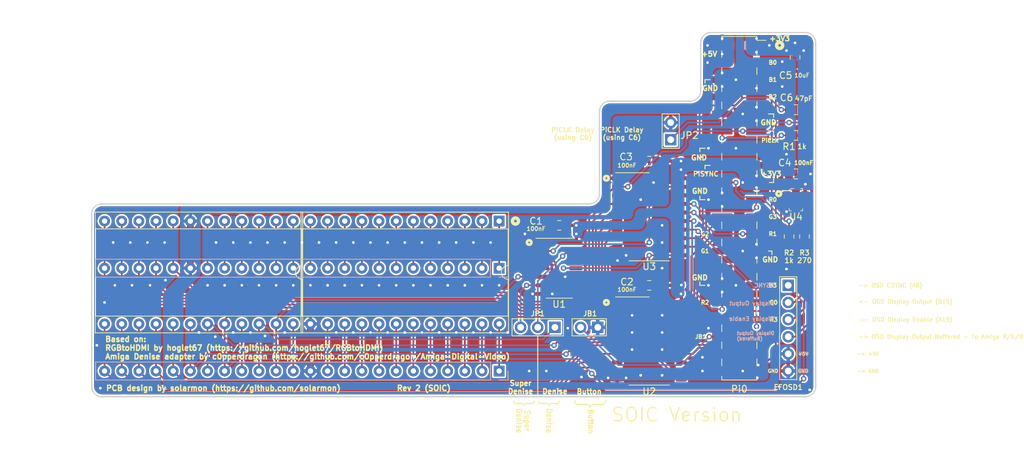
<source format=kicad_pcb>
(kicad_pcb (version 20171130) (host pcbnew "(5.1.9)-1")
  (title_block (title "RGBtoHDMI Amiga Denise - solarmon") (date 2021-04-27) (rev "2 (SOIC)"))
  (layers (0 F.Cu signal) (31 B.Cu signal) (34 B.Paste user) (35 F.Paste user) (36 B.SilkS user) (37 F.SilkS user) (38 B.Mask user) (39 F.Mask user) (44 Edge.Cuts user))
  (net 0 "")
  (net 1 GND)
  (net 2 +3V3)
  (net 3 /B0)
  (net 4 /R3)
  (net 5 /R2)
  (net 6 /R1)
  (net 7 /R0)
  (net 8 +5V)
  (net 9 "Net-(JDenise1-Pad18)")
  (net 10 "Net-(JDenise1-Pad17)")
  (net 11 "Net-(JDenise1-Pad16)")
  (net 12 "Net-(JDenise1-Pad15)")
  (net 13 "Net-(JDenise1-Pad14)")
  (net 14 "Net-(JDenise1-Pad12)")
  (net 15 "Net-(JDenise1-Pad11)")
  (net 16 /CDAC)
  (net 17 "Net-(JDenise1-Pad10)")
  (net 18 "Net-(JDenise1-Pad9)")
  (net 19 /CSYNC)
  (net 20 "Net-(JDenise1-Pad8)")
  (net 21 /G3)
  (net 22 "Net-(JDenise1-Pad7)")
  (net 23 /G2)
  (net 24 "Net-(JDenise1-Pad6)")
  (net 25 /G1)
  (net 26 "Net-(JDenise1-Pad5)")
  (net 27 /G0)
  (net 28 "Net-(JDenise1-Pad4)")
  (net 29 /B3)
  (net 30 "Net-(JDenise1-Pad3)")
  (net 31 /B2)
  (net 32 "Net-(JDenise1-Pad2)")
  (net 33 /B1)
  (net 34 "Net-(JDenise1-Pad1)")
  (net 35 /PiCLK)
  (net 36 /PiCSYNC)
  (net 37 /PiR3)
  (net 38 /PiR2)
  (net 39 /PiR1)
  (net 40 /PiR0)
  (net 41 /PiG3)
  (net 42 /PiG2)
  (net 43 /PiG1)
  (net 44 /PiG0)
  (net 45 /PiB3)
  (net 46 /PiB2)
  (net 47 /PiB1)
  (net 48 /PiB0)
  (net 49 "Net-(JDenise1-Pad19)")
  (net 50 "Net-(JDenise1-Pad20)")
  (net 51 "Net-(JDenise1-Pad21)")
  (net 52 "Net-(JDenise1-Pad22)")
  (net 53 "Net-(JDenise1-Pad23)")
  (net 54 "Net-(JDenise1-Pad24)")
  (net 55 "Net-(JDenise2-Pad24)")
  (net 56 "Net-(JDenise2-Pad21)")
  (net 57 "Net-(JDenise2-Pad6)")
  (net 58 "Net-(JDenise2-Pad5)")
  (net 59 "Net-(JDenise2-Pad4)")
  (net 60 "Net-(JDenise2-Pad3)")
  (net 61 "Net-(JDenise2-Pad2)")
  (net 62 "Net-(JDenise2-Pad1)")
  (net 63 "Net-(U3-Pad18)")
  (net 64 /7MHZ)
  (net 65 "Net-(JP1-Pad3)")
  (net 66 "Net-(JP1-Pad2)")
  (net 67 "Net-(U1-Pad3)")
  (net 68 "Net-(U2-Pad19)")
  (net 69 "Net-(JB1-Pad2)")
  (net 70 "Net-(U1-Pad2)")
  (net 71 "Net-(U1-Pad11)")
  (net 72 /OSD_DISPLAY_OUTPUT_BUFFERRED)
  (net 73 /OSD_DISPLAY_ENABLE)
  (net 74 /OSD_DISPLAY_OUPUT)
  (net 75 "Net-(R3-Pad2)")
  (net 76 "Net-(Pi0-Pad8)")
  (net 77 "Net-(Pi0-Pad10)")
  (net 78 "Net-(Pi0-Pad12)")
  (net 79 "Net-(Pi0-Pad13)")
  (net 80 "Net-(Pi0-Pad15)")
  (net 81 "Net-(Pi0-Pad18)")
  (net 82 "Net-(Pi0-Pad22)")
  (net 83 "Net-(Pi0-Pad27)")
  (net 84 "Net-(Pi0-Pad28)")
  (net 85 "Net-(Pi0-Pad34)")
  (net 86 "Net-(Pi0-Pad35)")
  (net 87 "Net-(Pi0-Pad37)")
  (net 88 "Net-(Pi0-Pad38)")
  (net 89 "Net-(Pi0-Pad40)")
  (net 90 "Net-(C6-Pad2)")
  (module Package_SO:SO-20_12.8x7.5mm_P1.27mm (layer F.Cu) (at 185.928 57.531)
    (fp_text reference U3 (at 0 7.366) (layer F.SilkS))
    (fp_text value 74LVC574)
    (pad 20 smd rect (at 4.75 -5.715) (size 1.5 0.6) (layers F.Cu F.Paste F.Mask) (net 2 +3V3))
    (pad 19 smd rect (at 4.75 -4.445) (size 1.5 0.6) (layers F.Cu F.Paste F.Mask) (net 70 "Net-(U1-Pad2)"))
    (pad 18 smd rect (at 4.75 -3.175) (size 1.5 0.6) (layers F.Cu F.Paste F.Mask) (net 63 "Net-(U3-Pad18)"))
    (pad 17 smd rect (at 4.75 -1.905) (size 1.5 0.6) (layers F.Cu F.Paste F.Mask) (net 40 /PiR0))
    (pad 16 smd rect (at 4.75 -0.635) (size 1.5 0.6) (layers F.Cu F.Paste F.Mask) (net 39 /PiR1))
    (pad 15 smd rect (at 4.75 0.635) (size 1.5 0.6) (layers F.Cu F.Paste F.Mask) (net 38 /PiR2))
    (pad 14 smd rect (at 4.75 1.905) (size 1.5 0.6) (layers F.Cu F.Paste F.Mask) (net 37 /PiR3))
    (pad 13 smd rect (at 4.75 3.175) (size 1.5 0.6) (layers F.Cu F.Paste F.Mask) (net 48 /PiB0))
    (pad 12 smd rect (at 4.75 4.445) (size 1.5 0.6) (layers F.Cu F.Paste F.Mask) (net 36 /PiCSYNC))
    (pad 11 smd rect (at 4.75 5.715) (size 1.5 0.6) (layers F.Cu F.Paste F.Mask) (net 71 "Net-(U1-Pad11)"))
    (pad 10 smd rect (at -4.75 5.715) (size 1.5 0.6) (layers F.Cu F.Paste F.Mask) (net 1 GND))
    (pad 9 smd rect (at -4.75 4.445) (size 1.5 0.6) (layers F.Cu F.Paste F.Mask) (net 19 /CSYNC))
    (pad 8 smd rect (at -4.75 3.175) (size 1.5 0.6) (layers F.Cu F.Paste F.Mask) (net 3 /B0))
    (pad 7 smd rect (at -4.75 1.905) (size 1.5 0.6) (layers F.Cu F.Paste F.Mask) (net 4 /R3))
    (pad 1 smd rect (at -4.75 -5.715) (size 1.5 0.6) (layers F.Cu F.Paste F.Mask) (net 1 GND))
    (pad 2 smd rect (at -4.75 -4.445) (size 1.5 0.6) (layers F.Cu F.Paste F.Mask) (net 35 /PiCLK))
    (pad 3 smd rect (at -4.75 -3.175) (size 1.5 0.6) (layers F.Cu F.Paste F.Mask) (net 1 GND))
    (pad 4 smd rect (at -4.75 -1.905) (size 1.5 0.6) (layers F.Cu F.Paste F.Mask) (net 7 /R0))
    (pad 5 smd rect (at -4.75 -0.635) (size 1.5 0.6) (layers F.Cu F.Paste F.Mask) (net 6 /R1))
    (pad 6 smd rect (at -4.75 0.635) (size 1.5 0.6) (layers F.Cu F.Paste F.Mask) (net 5 /R2))
  )
  (module Connector_PinSocket_2.54mm:PinSocket_2x20_P2.54mm_Vertical_SMD (layer F.Cu) (at 199.263 56.261)
    (fp_text reference Pi0 (at 0 26.797) (layer F.SilkS))
    (fp_text value Conn_02x20_Odd_Even)
    (pad 40 smd rect (at -2.52 24.13) (size 3 1) (layers F.Cu F.Paste F.Mask) (net 89 "Net-(Pi0-Pad40)"))
    (pad 39 smd rect (at 2.52 24.13) (size 3 1) (layers F.Cu F.Paste F.Mask) (net 1 GND))
    (pad 38 smd rect (at -2.52 21.59) (size 3 1) (layers F.Cu F.Paste F.Mask) (net 88 "Net-(Pi0-Pad38)"))
    (pad 37 smd rect (at 2.52 21.59) (size 3 1) (layers F.Cu F.Paste F.Mask) (net 87 "Net-(Pi0-Pad37)"))
    (pad 36 smd rect (at -2.52 19.05) (size 3 1) (layers F.Cu F.Paste F.Mask) (net 69 "Net-(JB1-Pad2)"))
    (pad 35 smd rect (at 2.52 19.05) (size 3 1) (layers F.Cu F.Paste F.Mask) (net 86 "Net-(Pi0-Pad35)"))
    (pad 34 smd rect (at -2.52 16.51) (size 3 1) (layers F.Cu F.Paste F.Mask) (net 85 "Net-(Pi0-Pad34)"))
    (pad 33 smd rect (at 2.52 16.51) (size 3 1) (layers F.Cu F.Paste F.Mask) (net 37 /PiR3))
    (pad 32 smd rect (at -2.52 13.97) (size 3 1) (layers F.Cu F.Paste F.Mask) (net 38 /PiR2))
    (pad 31 smd rect (at 2.52 13.97) (size 3 1) (layers F.Cu F.Paste F.Mask) (net 44 /PiG0))
    (pad 30 smd rect (at -2.52 11.43) (size 3 1) (layers F.Cu F.Paste F.Mask) (net 1 GND))
    (pad 29 smd rect (at 2.52 11.43) (size 3 1) (layers F.Cu F.Paste F.Mask) (net 45 /PiB3))
    (pad 28 smd rect (at -2.52 8.89) (size 3 1) (layers F.Cu F.Paste F.Mask) (net 84 "Net-(Pi0-Pad28)"))
    (pad 27 smd rect (at 2.52 8.89) (size 3 1) (layers F.Cu F.Paste F.Mask) (net 83 "Net-(Pi0-Pad27)"))
    (pad 26 smd rect (at -2.52 6.35) (size 3 1) (layers F.Cu F.Paste F.Mask) (net 43 /PiG1))
    (pad 25 smd rect (at 2.52 6.35) (size 3 1) (layers F.Cu F.Paste F.Mask) (net 1 GND))
    (pad 24 smd rect (at -2.52 3.81) (size 3 1) (layers F.Cu F.Paste F.Mask) (net 42 /PiG2))
    (pad 23 smd rect (at 2.52 3.81) (size 3 1) (layers F.Cu F.Paste F.Mask) (net 39 /PiR1))
    (pad 22 smd rect (at -2.52 1.27) (size 3 1) (layers F.Cu F.Paste F.Mask) (net 82 "Net-(Pi0-Pad22)"))
    (pad 21 smd rect (at 2.52 1.27) (size 3 1) (layers F.Cu F.Paste F.Mask) (net 41 /PiG3))
    (pad 20 smd rect (at -2.52 -1.27) (size 3 1) (layers F.Cu F.Paste F.Mask) (net 1 GND))
    (pad 19 smd rect (at 2.52 -1.27) (size 3 1) (layers F.Cu F.Paste F.Mask) (net 40 /PiR0))
    (pad 18 smd rect (at -2.52 -3.81) (size 3 1) (layers F.Cu F.Paste F.Mask) (net 81 "Net-(Pi0-Pad18)"))
    (pad 17 smd rect (at 2.52 -3.81) (size 3 1) (layers F.Cu F.Paste F.Mask) (net 2 +3V3))
    (pad 16 smd rect (at -2.52 -6.35) (size 3 1) (layers F.Cu F.Paste F.Mask) (net 36 /PiCSYNC))
    (pad 15 smd rect (at 2.52 -6.35) (size 3 1) (layers F.Cu F.Paste F.Mask) (net 80 "Net-(Pi0-Pad15)"))
    (pad 14 smd rect (at -2.52 -8.89) (size 3 1) (layers F.Cu F.Paste F.Mask) (net 1 GND))
    (pad 13 smd rect (at 2.52 -8.89) (size 3 1) (layers F.Cu F.Paste F.Mask) (net 79 "Net-(Pi0-Pad13)"))
    (pad 12 smd rect (at -2.52 -11.43) (size 3 1) (layers F.Cu F.Paste F.Mask) (net 78 "Net-(Pi0-Pad12)"))
    (pad 11 smd rect (at 2.52 -11.43) (size 3 1) (layers F.Cu F.Paste F.Mask) (net 35 /PiCLK))
    (pad 10 smd rect (at -2.52 -13.97) (size 3 1) (layers F.Cu F.Paste F.Mask) (net 77 "Net-(Pi0-Pad10)"))
    (pad 9 smd rect (at 2.52 -13.97) (size 3 1) (layers F.Cu F.Paste F.Mask) (net 1 GND))
    (pad 8 smd rect (at -2.52 -16.51) (size 3 1) (layers F.Cu F.Paste F.Mask) (net 76 "Net-(Pi0-Pad8)"))
    (pad 7 smd rect (at 2.52 -16.51) (size 3 1) (layers F.Cu F.Paste F.Mask) (net 46 /PiB2))
    (pad 6 smd rect (at -2.52 -19.05) (size 3 1) (layers F.Cu F.Paste F.Mask) (net 1 GND))
    (pad 5 smd rect (at 2.52 -19.05) (size 3 1) (layers F.Cu F.Paste F.Mask) (net 47 /PiB1))
    (pad 4 smd rect (at -2.52 -21.59) (size 3 1) (layers F.Cu F.Paste F.Mask) (net 8 +5V))
    (pad 3 smd rect (at 2.52 -21.59) (size 3 1) (layers F.Cu F.Paste F.Mask) (net 48 /PiB0))
    (pad 2 smd rect (at -2.52 -24.13) (size 3 1) (layers F.Cu F.Paste F.Mask) (net 8 +5V))
    (pad 1 smd rect (at 2.52 -24.13) (size 3 1) (layers F.Cu F.Paste F.Mask) (net 2 +3V3))
  )
  (module Package_SO:SO-20_12.8x7.5mm_P1.27mm (layer F.Cu) (at 185.928 75.946)
    (fp_text reference U2 (at 0 7.493) (layer F.SilkS))
    (fp_text value 74LVC574)
    (pad 20 smd rect (at 4.75 -5.715) (size 1.5 0.6) (layers F.Cu F.Paste F.Mask) (net 2 +3V3))
    (pad 19 smd rect (at 4.75 -4.445) (size 1.5 0.6) (layers F.Cu F.Paste F.Mask) (net 68 "Net-(U2-Pad19)"))
    (pad 18 smd rect (at 4.75 -3.175) (size 1.5 0.6) (layers F.Cu F.Paste F.Mask) (net 41 /PiG3))
    (pad 17 smd rect (at 4.75 -1.905) (size 1.5 0.6) (layers F.Cu F.Paste F.Mask) (net 42 /PiG2))
    (pad 16 smd rect (at 4.75 -0.635) (size 1.5 0.6) (layers F.Cu F.Paste F.Mask) (net 43 /PiG1))
    (pad 15 smd rect (at 4.75 0.635) (size 1.5 0.6) (layers F.Cu F.Paste F.Mask) (net 44 /PiG0))
    (pad 14 smd rect (at 4.75 1.905) (size 1.5 0.6) (layers F.Cu F.Paste F.Mask) (net 45 /PiB3))
    (pad 13 smd rect (at 4.75 3.175) (size 1.5 0.6) (layers F.Cu F.Paste F.Mask) (net 46 /PiB2))
    (pad 12 smd rect (at 4.75 4.445) (size 1.5 0.6) (layers F.Cu F.Paste F.Mask) (net 47 /PiB1))
    (pad 11 smd rect (at 4.75 5.715) (size 1.5 0.6) (layers F.Cu F.Paste F.Mask) (net 71 "Net-(U1-Pad11)"))
    (pad 10 smd rect (at -4.75 5.715) (size 1.5 0.6) (layers F.Cu F.Paste F.Mask) (net 1 GND))
    (pad 9 smd rect (at -4.75 4.445) (size 1.5 0.6) (layers F.Cu F.Paste F.Mask) (net 33 /B1))
    (pad 8 smd rect (at -4.75 3.175) (size 1.5 0.6) (layers F.Cu F.Paste F.Mask) (net 31 /B2))
    (pad 7 smd rect (at -4.75 1.905) (size 1.5 0.6) (layers F.Cu F.Paste F.Mask) (net 29 /B3))
    (pad 1 smd rect (at -4.75 -5.715) (size 1.5 0.6) (layers F.Cu F.Paste F.Mask) (net 1 GND))
    (pad 2 smd rect (at -4.75 -4.445) (size 1.5 0.6) (layers F.Cu F.Paste F.Mask) (net 1 GND))
    (pad 3 smd rect (at -4.75 -3.175) (size 1.5 0.6) (layers F.Cu F.Paste F.Mask) (net 21 /G3))
    (pad 4 smd rect (at -4.75 -1.905) (size 1.5 0.6) (layers F.Cu F.Paste F.Mask) (net 23 /G2))
    (pad 5 smd rect (at -4.75 -0.635) (size 1.5 0.6) (layers F.Cu F.Paste F.Mask) (net 25 /G1))
    (pad 6 smd rect (at -4.75 0.635) (size 1.5 0.6) (layers F.Cu F.Paste F.Mask) (net 27 /G0))
  )
  (module Package_SO:SOIC-14_3.9x8.7mm_P1.27mm (layer F.Cu) (at 172.593 65.151)
    (fp_text reference U1 (at 0 5.334) (layer F.SilkS))
    (fp_text value 74LVC86)
    (pad 14 smd roundrect (at 2.475 -3.81) (size 1.95 0.6) (layers F.Cu F.Paste F.Mask) (net 2 +3V3))
    (pad 13 smd roundrect (at 2.475 -2.54) (size 1.95 0.6) (layers F.Cu F.Paste F.Mask) (net 66 "Net-(JP1-Pad2)"))
    (pad 12 smd roundrect (at 2.475 -1.27) (size 1.95 0.6) (layers F.Cu F.Paste F.Mask) (net 35 /PiCLK))
    (pad 11 smd roundrect (at 2.475 0) (size 1.95 0.6) (layers F.Cu F.Paste F.Mask) (net 71 "Net-(U1-Pad11)"))
    (pad 10 smd roundrect (at 2.475 1.27) (size 1.95 0.6) (layers F.Cu F.Paste F.Mask) (net 1 GND))
    (pad 9 smd roundrect (at 2.475 2.54) (size 1.95 0.6) (layers F.Cu F.Paste F.Mask) (net 67 "Net-(U1-Pad3)"))
    (pad 8 smd roundrect (at 2.475 3.81) (size 1.95 0.6) (layers F.Cu F.Paste F.Mask) (net 35 /PiCLK))
    (pad 7 smd roundrect (at -2.475 3.81) (size 1.95 0.6) (layers F.Cu F.Paste F.Mask) (net 1 GND))
    (pad 6 smd roundrect (at -2.475 2.54) (size 1.95 0.6) (layers F.Cu F.Paste F.Mask) (net 65 "Net-(JP1-Pad3)"))
    (pad 5 smd roundrect (at -2.475 1.27) (size 1.95 0.6) (layers F.Cu F.Paste F.Mask) (net 64 /7MHZ))
    (pad 4 smd roundrect (at -2.475 0) (size 1.95 0.6) (layers F.Cu F.Paste F.Mask) (net 2 +3V3))
    (pad 3 smd roundrect (at -2.475 -1.27) (size 1.95 0.6) (layers F.Cu F.Paste F.Mask) (net 67 "Net-(U1-Pad3)"))
    (pad 2 smd roundrect (at -2.475 -2.54) (size 1.95 0.6) (layers F.Cu F.Paste F.Mask) (net 70 "Net-(U1-Pad2)"))
    (pad 1 smd roundrect (at -2.475 -3.81) (size 1.95 0.6) (layers F.Cu F.Paste F.Mask) (net 2 +3V3))
  )
  (module Capacitor_SMD:C_0805_2012Metric_Pad1.18x1.45mm_HandSolder (layer F.Cu) (at 207.645 51.181 180)
    (fp_text reference C4 (at 1.651 1.651) (layer F.SilkS))
    (fp_text value 100nF (at -1.143 1.651) (layer F.SilkS) (effects (font (size 0.6 0.6))))
    (pad 2 smd roundrect (at 1.0375 0 180) (size 1.175 1.45) (layers F.Cu F.Paste F.Mask) (roundrect_rratio 0.2127659574468085) (net 1 GND))
    (pad 1 smd roundrect (at -1.0375 0 180) (size 1.175 1.45) (layers F.Cu F.Paste F.Mask) (roundrect_rratio 0.2127659574468085) (net 2 +3V3))
  )
  (module Connector_PinHeader_2.54mm:PinHeader_1x02_P2.54mm_Horizontal (layer F.Cu) (at 189.103 46.101 180)
    (fp_text reference JP2 (at -2.794 0.635) (layer F.SilkS))
    (fp_text value Jumper_2_Open)
    (pad 2 thru_hole oval (at 0 2.54 180) (size 1.7 1.7) (drill 1) (layers *.Cu *.Mask) (net 1 GND))
    (pad 1 thru_hole rect (at 0 0 180) (size 1.7 1.7) (drill 1) (layers *.Cu *.Mask) (net 90 "Net-(C6-Pad2)"))
  )
  (module Capacitor_SMD:C_0805_2012Metric_Pad1.18x1.45mm_HandSolder (layer F.Cu) (at 207.645 41.656 180)
    (fp_text reference C6 (at 1.397 1.778) (layer F.SilkS))
    (fp_text value 47pF (at -1.143 1.651) (layer F.SilkS) (effects (font (size 0.7 0.7))))
    (pad 2 smd roundrect (at 1.0375 0 180) (size 1.175 1.45) (layers F.Cu F.Paste F.Mask) (roundrect_rratio 0.2127659574468085) (net 90 "Net-(C6-Pad2)"))
    (pad 1 smd roundrect (at -1.0375 0 180) (size 1.175 1.45) (layers F.Cu F.Paste F.Mask) (roundrect_rratio 0.2127659574468085) (net 35 /PiCLK))
  )
  (module solarmon_library:PinHeader_1x24_P2.54mm_Vertical_smaller (layer B.Cu) (at 163.703 80.391 90)
    (fp_text reference JMainBoard2 hide)
    (fp_text value Conn_01x24)
    (pad 24 thru_hole oval (at 0 -58.42 90) (size 1.6 1.6) (drill 0.8) (layers *.Cu *.Mask) (net 33 /B1))
    (pad 23 thru_hole oval (at 0 -55.88 90) (size 1.6 1.6) (drill 0.8) (layers *.Cu *.Mask) (net 31 /B2))
    (pad 22 thru_hole oval (at 0 -53.34 90) (size 1.6 1.6) (drill 0.8) (layers *.Cu *.Mask) (net 29 /B3))
    (pad 21 thru_hole oval (at 0 -50.8 90) (size 1.6 1.6) (drill 0.8) (layers *.Cu *.Mask) (net 27 /G0))
    (pad 20 thru_hole oval (at 0 -48.26 90) (size 1.6 1.6) (drill 0.8) (layers *.Cu *.Mask) (net 25 /G1))
    (pad 19 thru_hole oval (at 0 -45.72 90) (size 1.6 1.6) (drill 0.8) (layers *.Cu *.Mask) (net 23 /G2))
    (pad 18 thru_hole oval (at 0 -43.18 90) (size 1.6 1.6) (drill 0.8) (layers *.Cu *.Mask) (net 21 /G3))
    (pad 17 thru_hole oval (at 0 -40.64 90) (size 1.6 1.6) (drill 0.8) (layers *.Cu *.Mask) (net 19 /CSYNC))
    (pad 16 thru_hole oval (at 0 -38.1 90) (size 1.6 1.6) (drill 0.8) (layers *.Cu *.Mask) (net 56 "Net-(JDenise2-Pad21)"))
    (pad 15 thru_hole oval (at 0 -35.56 90) (size 1.6 1.6) (drill 0.8) (layers *.Cu *.Mask) (net 16 /CDAC))
    (pad 14 thru_hole oval (at 0 -33.02 90) (size 1.6 1.6) (drill 0.8) (layers *.Cu *.Mask) (net 64 /7MHZ))
    (pad 13 thru_hole oval (at 0 -30.48 90) (size 1.6 1.6) (drill 0.8) (layers *.Cu *.Mask) (net 55 "Net-(JDenise2-Pad24)"))
    (pad 12 thru_hole oval (at 0 -27.94 90) (size 1.6 1.6) (drill 0.8) (layers *.Cu *.Mask) (net 1 GND))
    (pad 11 thru_hole oval (at 0 -25.4 90) (size 1.6 1.6) (drill 0.8) (layers *.Cu *.Mask) (net 13 "Net-(JDenise1-Pad14)"))
    (pad 10 thru_hole oval (at 0 -22.86 90) (size 1.6 1.6) (drill 0.8) (layers *.Cu *.Mask) (net 12 "Net-(JDenise1-Pad15)"))
    (pad 9 thru_hole oval (at 0 -20.32 90) (size 1.6 1.6) (drill 0.8) (layers *.Cu *.Mask) (net 11 "Net-(JDenise1-Pad16)"))
    (pad 8 thru_hole oval (at 0 -17.78 90) (size 1.6 1.6) (drill 0.8) (layers *.Cu *.Mask) (net 10 "Net-(JDenise1-Pad17)"))
    (pad 7 thru_hole oval (at 0 -15.24 90) (size 1.6 1.6) (drill 0.8) (layers *.Cu *.Mask) (net 9 "Net-(JDenise1-Pad18)"))
    (pad 6 thru_hole oval (at 0 -12.7 90) (size 1.6 1.6) (drill 0.8) (layers *.Cu *.Mask) (net 49 "Net-(JDenise1-Pad19)"))
    (pad 5 thru_hole oval (at 0 -10.16 90) (size 1.6 1.6) (drill 0.8) (layers *.Cu *.Mask) (net 50 "Net-(JDenise1-Pad20)"))
    (pad 4 thru_hole oval (at 0 -7.62 90) (size 1.6 1.6) (drill 0.8) (layers *.Cu *.Mask) (net 51 "Net-(JDenise1-Pad21)"))
    (pad 3 thru_hole oval (at 0 -5.08 90) (size 1.6 1.6) (drill 0.8) (layers *.Cu *.Mask) (net 52 "Net-(JDenise1-Pad22)"))
    (pad 2 thru_hole oval (at 0 -2.54 90) (size 1.6 1.6) (drill 0.8) (layers *.Cu *.Mask) (net 53 "Net-(JDenise1-Pad23)"))
    (pad 1 thru_hole rect (at 0 0 90) (size 1.6 1.6) (drill 0.8) (layers *.Cu *.Mask) (net 54 "Net-(JDenise1-Pad24)"))
  )
  (module solarmon_library:PinHeader_1x24_P2.54mm_Vertical_smaller (layer B.Cu) (at 163.703 65.151 90)
    (fp_text reference JMainBoard1 hide)
    (fp_text value Conn_01x24)
    (pad 24 thru_hole oval (at 0 -58.42 90) (size 1.6 1.6) (drill 0.8) (layers *.Cu *.Mask) (net 3 /B0))
    (pad 23 thru_hole oval (at 0 -55.88 90) (size 1.6 1.6) (drill 0.8) (layers *.Cu *.Mask) (net 4 /R3))
    (pad 22 thru_hole oval (at 0 -53.34 90) (size 1.6 1.6) (drill 0.8) (layers *.Cu *.Mask) (net 5 /R2))
    (pad 21 thru_hole oval (at 0 -50.8 90) (size 1.6 1.6) (drill 0.8) (layers *.Cu *.Mask) (net 6 /R1))
    (pad 20 thru_hole oval (at 0 -48.26 90) (size 1.6 1.6) (drill 0.8) (layers *.Cu *.Mask) (net 7 /R0))
    (pad 19 thru_hole oval (at 0 -45.72 90) (size 1.6 1.6) (drill 0.8) (layers *.Cu *.Mask) (net 8 +5V))
    (pad 18 thru_hole oval (at 0 -43.18 90) (size 1.6 1.6) (drill 0.8) (layers *.Cu *.Mask) (net 57 "Net-(JDenise2-Pad6)"))
    (pad 17 thru_hole oval (at 0 -40.64 90) (size 1.6 1.6) (drill 0.8) (layers *.Cu *.Mask) (net 58 "Net-(JDenise2-Pad5)"))
    (pad 16 thru_hole oval (at 0 -38.1 90) (size 1.6 1.6) (drill 0.8) (layers *.Cu *.Mask) (net 59 "Net-(JDenise2-Pad4)"))
    (pad 15 thru_hole oval (at 0 -35.56 90) (size 1.6 1.6) (drill 0.8) (layers *.Cu *.Mask) (net 60 "Net-(JDenise2-Pad3)"))
    (pad 14 thru_hole oval (at 0 -33.02 90) (size 1.6 1.6) (drill 0.8) (layers *.Cu *.Mask) (net 61 "Net-(JDenise2-Pad2)"))
    (pad 13 thru_hole oval (at 0 -30.48 90) (size 1.6 1.6) (drill 0.8) (layers *.Cu *.Mask) (net 62 "Net-(JDenise2-Pad1)"))
    (pad 12 thru_hole oval (at 0 -27.94 90) (size 1.6 1.6) (drill 0.8) (layers *.Cu *.Mask) (net 14 "Net-(JDenise1-Pad12)"))
    (pad 11 thru_hole oval (at 0 -25.4 90) (size 1.6 1.6) (drill 0.8) (layers *.Cu *.Mask) (net 15 "Net-(JDenise1-Pad11)"))
    (pad 10 thru_hole oval (at 0 -22.86 90) (size 1.6 1.6) (drill 0.8) (layers *.Cu *.Mask) (net 17 "Net-(JDenise1-Pad10)"))
    (pad 9 thru_hole oval (at 0 -20.32 90) (size 1.6 1.6) (drill 0.8) (layers *.Cu *.Mask) (net 18 "Net-(JDenise1-Pad9)"))
    (pad 8 thru_hole oval (at 0 -17.78 90) (size 1.6 1.6) (drill 0.8) (layers *.Cu *.Mask) (net 20 "Net-(JDenise1-Pad8)"))
    (pad 7 thru_hole oval (at 0 -15.24 90) (size 1.6 1.6) (drill 0.8) (layers *.Cu *.Mask) (net 22 "Net-(JDenise1-Pad7)"))
    (pad 6 thru_hole oval (at 0 -12.7 90) (size 1.6 1.6) (drill 0.8) (layers *.Cu *.Mask) (net 24 "Net-(JDenise1-Pad6)"))
    (pad 5 thru_hole oval (at 0 -10.16 90) (size 1.6 1.6) (drill 0.8) (layers *.Cu *.Mask) (net 26 "Net-(JDenise1-Pad5)"))
    (pad 4 thru_hole oval (at 0 -7.62 90) (size 1.6 1.6) (drill 0.8) (layers *.Cu *.Mask) (net 28 "Net-(JDenise1-Pad4)"))
    (pad 3 thru_hole oval (at 0 -5.08 90) (size 1.6 1.6) (drill 0.8) (layers *.Cu *.Mask) (net 30 "Net-(JDenise1-Pad3)"))
    (pad 2 thru_hole oval (at 0 -2.54 90) (size 1.6 1.6) (drill 0.8) (layers *.Cu *.Mask) (net 32 "Net-(JDenise1-Pad2)"))
    (pad 1 thru_hole rect (at 0 0 90) (size 1.6 1.6) (drill 0.8) (layers *.Cu *.Mask) (net 34 "Net-(JDenise1-Pad1)"))
  )
  (module Connector_PinHeader_2.54mm:PinHeader_1x06_P2.54mm_Horizontal (layer F.Cu) (at 206.502 67.691)
    (fp_text reference FFOSD1 (at 0 15.113) (layer F.SilkS) (effects (font (size 0.75 0.75))))
    (fp_text value Conn_01x06)
    (pad 6 thru_hole oval (at 0 12.7) (size 1.7 1.7) (drill 1) (layers *.Cu *.Mask) (net 1 GND))
    (pad 5 thru_hole oval (at 0 10.16) (size 1.7 1.7) (drill 1) (layers *.Cu *.Mask) (net 8 +5V))
    (pad 4 thru_hole oval (at 0 7.62) (size 1.7 1.7) (drill 1) (layers *.Cu *.Mask) (net 72 /OSD_DISPLAY_OUTPUT_BUFFERRED))
    (pad 3 thru_hole oval (at 0 5.08) (size 1.7 1.7) (drill 1) (layers *.Cu *.Mask) (net 73 /OSD_DISPLAY_ENABLE))
    (pad 2 thru_hole oval (at 0 2.54) (size 1.7 1.7) (drill 1) (layers *.Cu *.Mask) (net 74 /OSD_DISPLAY_OUPUT))
    (pad 1 thru_hole rect (at 0 0) (size 1.7 1.7) (drill 1) (layers *.Cu *.Mask) (net 19 /CSYNC))
  )
  (module Resistor_SMD:R_0805_2012Metric_Pad1.15x1.40mm_HandSolder (layer F.Cu) (at 208.915 60.452 90)
    (fp_text reference R3 (at -2.413 0 180) (layer F.SilkS) (effects (font (size 0.75 0.75))))
    (fp_text value 270 (at -3.556 0 180) (layer F.SilkS) (effects (font (size 0.75 0.75))))
    (pad 2 smd roundrect (at 1.025 0 90) (size 1.15 1.4) (layers F.Cu F.Paste F.Mask) (roundrect_rratio 0.2173904347826087) (net 75 "Net-(R3-Pad2)"))
    (pad 1 smd roundrect (at -1.025 0 90) (size 1.15 1.4) (layers F.Cu F.Paste F.Mask) (roundrect_rratio 0.2173904347826087) (net 72 /OSD_DISPLAY_OUTPUT_BUFFERRED))
  )
  (module solarmon_library:SOT-753 (layer F.Cu) (at 207.645 54.991 270)
    (fp_text reference U4 (at 2.54 0 180) (layer F.SilkS))
    (fp_text value 74LVC1G125)
    (pad 5 smd rect (at -0.95 -1.35 270) (size 0.6 1.05) (layers F.Cu F.Paste F.Mask) (net 2 +3V3))
    (pad 4 smd rect (at 0.95 -1.35 270) (size 0.6 1.05) (layers F.Cu F.Paste F.Mask) (net 75 "Net-(R3-Pad2)"))
    (pad 3 smd rect (at 0.95 1.35 270) (size 0.6 1.05) (layers F.Cu F.Paste F.Mask) (net 1 GND))
    (pad 2 smd rect (at 0 1.35 270) (size 0.6 1.05) (layers F.Cu F.Paste F.Mask) (net 74 /OSD_DISPLAY_OUPUT))
    (pad 1 smd rect (at -0.95 1.35 270) (size 0.6 1.05) (layers F.Cu F.Paste F.Mask) (net 73 /OSD_DISPLAY_ENABLE))
  )
  (module Connector_PinHeader_2.54mm:PinHeader_1x03_P2.54mm_Horizontal (layer F.Cu) (at 171.958 73.914 270)
    (fp_text reference JP1 (at -2.032 2.54 180) (layer F.SilkS) (effects (font (size 0.75 0.75))))
    (fp_text value Jumper_3_Bridged12)
    (pad 1 thru_hole rect (at 0 0 270) (size 1.7 1.7) (drill 1) (layers *.Cu *.Mask) (net 16 /CDAC))
    (pad 2 thru_hole oval (at 0 2.54 270) (size 1.7 1.7) (drill 1) (layers *.Cu *.Mask) (net 66 "Net-(JP1-Pad2)"))
    (pad 3 thru_hole oval (at 0 5.08 270) (size 1.7 1.7) (drill 1) (layers *.Cu *.Mask) (net 65 "Net-(JP1-Pad3)"))
  )
  (module Connector_PinHeader_2.54mm:PinHeader_1x02_P2.54mm_Horizontal (layer F.Cu) (at 178.308 73.914 270)
    (fp_text reference JB1 (at -2.032 1.143 180) (layer F.SilkS) (effects (font (size 0.75 0.75))))
    (fp_text value Conn_01x02)
    (pad 2 thru_hole oval (at 0 2.54 270) (size 1.7 1.7) (drill 1) (layers *.Cu *.Mask) (net 69 "Net-(JB1-Pad2)"))
    (pad 1 thru_hole rect (at 0 0 270) (size 1.7 1.7) (drill 1) (layers *.Cu *.Mask) (net 1 GND))
  )
  (module Resistor_SMD:R_0805_2012Metric_Pad1.15x1.40mm_HandSolder (layer F.Cu) (at 206.629 60.452 270)
    (fp_text reference R2 (at 2.413 0 180) (layer F.SilkS) (effects (font (size 0.75 0.75))))
    (fp_text value 1k (at 3.556 0 180) (layer F.SilkS) (effects (font (size 0.75 0.75))))
    (pad 2 smd roundrect (at 1.025 0 270) (size 1.15 1.4) (layers F.Cu F.Paste F.Mask) (roundrect_rratio 0.2173904347826087) (net 74 /OSD_DISPLAY_OUPUT))
    (pad 1 smd roundrect (at -1.025 0 270) (size 1.15 1.4) (layers F.Cu F.Paste F.Mask) (roundrect_rratio 0.2173904347826087) (net 81 "Net-(Pi0-Pad18)"))
  )
  (module Capacitor_SMD:C_0805_2012Metric_Pad1.15x1.40mm_HandSolder (layer F.Cu) (at 185.928 49.276 180)
    (fp_text reference C3 (at 3.429 0.635) (layer F.SilkS))
    (fp_text value 100nF (at 3.302 -0.635) (layer F.SilkS) (effects (font (size 0.6 0.6) (thickness 0.125))))
    (pad 2 smd roundrect (at 1.025 0 180) (size 1.15 1.4) (layers F.Cu F.Paste F.Mask) (roundrect_rratio 0.2173904347826087) (net 1 GND))
    (pad 1 smd roundrect (at -1.025 0 180) (size 1.15 1.4) (layers F.Cu F.Paste F.Mask) (roundrect_rratio 0.2173904347826087) (net 2 +3V3))
  )
  (module Capacitor_SMD:C_0805_2012Metric_Pad1.15x1.40mm_HandSolder (layer F.Cu) (at 185.928 67.691 180)
    (fp_text reference C2 (at 3.302 0.508) (layer F.SilkS))
    (fp_text value 100nF (at 3.302 -0.635) (layer F.SilkS) (effects (font (size 0.6 0.6) (thickness 0.125))))
    (pad 2 smd roundrect (at 1.025 0 180) (size 1.15 1.4) (layers F.Cu F.Paste F.Mask) (roundrect_rratio 0.2173904347826087) (net 1 GND))
    (pad 1 smd roundrect (at -1.025 0 180) (size 1.15 1.4) (layers F.Cu F.Paste F.Mask) (roundrect_rratio 0.2173904347826087) (net 2 +3V3))
  )
  (module Capacitor_SMD:C_0805_2012Metric_Pad1.15x1.40mm_HandSolder (layer F.Cu) (at 172.593 58.801 180)
    (fp_text reference C1 (at 3.429 0.635) (layer F.SilkS))
    (fp_text value 100nF (at 3.429 -0.508) (layer F.SilkS) (effects (font (size 0.6 0.6) (thickness 0.125))))
    (pad 2 smd roundrect (at 1.025 0 180) (size 1.15 1.4) (layers F.Cu F.Paste F.Mask) (roundrect_rratio 0.2173904347826087) (net 1 GND))
    (pad 1 smd roundrect (at -1.025 0 180) (size 1.15 1.4) (layers F.Cu F.Paste F.Mask) (roundrect_rratio 0.2173904347826087) (net 2 +3V3))
  )
  (module Capacitor_SMD:C_0805_2012Metric_Pad1.15x1.40mm_HandSolder (layer F.Cu) (at 207.518 33.909 270)
    (fp_text reference C5 (at 2.667 1.397) (layer F.SilkS))
    (fp_text value 10uF (at 2.667 -1.016) (layer F.SilkS) (effects (font (size 0.6 0.6) (thickness 0.125))))
    (pad 1 smd roundrect (at -1.025 0 270) (size 1.15 1.4) (layers F.Cu F.Paste F.Mask) (roundrect_rratio 0.2173904347826087) (net 2 +3V3))
    (pad 2 smd roundrect (at 1.025 0 270) (size 1.15 1.4) (layers F.Cu F.Paste F.Mask) (roundrect_rratio 0.2173904347826087) (net 1 GND))
  )
  (module Resistor_SMD:R_0805_2012Metric_Pad1.15x1.40mm_HandSolder (layer F.Cu) (at 207.645 45.466)
    (fp_text reference R1 (at -1.016 1.651 180) (layer F.SilkS))
    (fp_text value 1k (at 0.889 1.651 180) (layer F.SilkS) (effects (font (size 0.75 0.75))))
    (pad 1 smd roundrect (at -1.025 0) (size 1.15 1.4) (layers F.Cu F.Paste F.Mask) (roundrect_rratio 0.2173904347826087) (net 78 "Net-(Pi0-Pad12)"))
    (pad 2 smd roundrect (at 1.025 0) (size 1.15 1.4) (layers F.Cu F.Paste F.Mask) (roundrect_rratio 0.2173904347826087) (net 1 GND))
  )
  (module Package_DIP:DIP-24_W15.24mm_Socket (layer F.Cu) (at 163.703 58.166 270)
    (fp_text reference JDenise1 hide)
    (fp_text value Conn_02x12_Counter_Clockwise)
    (pad 1 thru_hole rect (at 0 0 270) (size 1.6 1.6) (drill 0.8) (layers *.Cu *.Mask) (net 34 "Net-(JDenise1-Pad1)"))
    (pad 13 thru_hole oval (at 15.24 27.94 270) (size 1.6 1.6) (drill 0.8) (layers *.Cu *.Mask) (net 1 GND))
    (pad 2 thru_hole oval (at 0 2.54 270) (size 1.6 1.6) (drill 0.8) (layers *.Cu *.Mask) (net 32 "Net-(JDenise1-Pad2)"))
    (pad 14 thru_hole oval (at 15.24 25.4 270) (size 1.6 1.6) (drill 0.8) (layers *.Cu *.Mask) (net 13 "Net-(JDenise1-Pad14)"))
    (pad 3 thru_hole oval (at 0 5.08 270) (size 1.6 1.6) (drill 0.8) (layers *.Cu *.Mask) (net 30 "Net-(JDenise1-Pad3)"))
    (pad 15 thru_hole oval (at 15.24 22.86 270) (size 1.6 1.6) (drill 0.8) (layers *.Cu *.Mask) (net 12 "Net-(JDenise1-Pad15)"))
    (pad 4 thru_hole oval (at 0 7.62 270) (size 1.6 1.6) (drill 0.8) (layers *.Cu *.Mask) (net 28 "Net-(JDenise1-Pad4)"))
    (pad 16 thru_hole oval (at 15.24 20.32 270) (size 1.6 1.6) (drill 0.8) (layers *.Cu *.Mask) (net 11 "Net-(JDenise1-Pad16)"))
    (pad 5 thru_hole oval (at 0 10.16 270) (size 1.6 1.6) (drill 0.8) (layers *.Cu *.Mask) (net 26 "Net-(JDenise1-Pad5)"))
    (pad 17 thru_hole oval (at 15.24 17.78 270) (size 1.6 1.6) (drill 0.8) (layers *.Cu *.Mask) (net 10 "Net-(JDenise1-Pad17)"))
    (pad 6 thru_hole oval (at 0 12.7 270) (size 1.6 1.6) (drill 0.8) (layers *.Cu *.Mask) (net 24 "Net-(JDenise1-Pad6)"))
    (pad 18 thru_hole oval (at 15.24 15.24 270) (size 1.6 1.6) (drill 0.8) (layers *.Cu *.Mask) (net 9 "Net-(JDenise1-Pad18)"))
    (pad 7 thru_hole oval (at 0 15.24 270) (size 1.6 1.6) (drill 0.8) (layers *.Cu *.Mask) (net 22 "Net-(JDenise1-Pad7)"))
    (pad 19 thru_hole oval (at 15.24 12.7 270) (size 1.6 1.6) (drill 0.8) (layers *.Cu *.Mask) (net 49 "Net-(JDenise1-Pad19)"))
    (pad 8 thru_hole oval (at 0 17.78 270) (size 1.6 1.6) (drill 0.8) (layers *.Cu *.Mask) (net 20 "Net-(JDenise1-Pad8)"))
    (pad 20 thru_hole oval (at 15.24 10.16 270) (size 1.6 1.6) (drill 0.8) (layers *.Cu *.Mask) (net 50 "Net-(JDenise1-Pad20)"))
    (pad 9 thru_hole oval (at 0 20.32 270) (size 1.6 1.6) (drill 0.8) (layers *.Cu *.Mask) (net 18 "Net-(JDenise1-Pad9)"))
    (pad 21 thru_hole oval (at 15.24 7.62 270) (size 1.6 1.6) (drill 0.8) (layers *.Cu *.Mask) (net 51 "Net-(JDenise1-Pad21)"))
    (pad 10 thru_hole oval (at 0 22.86 270) (size 1.6 1.6) (drill 0.8) (layers *.Cu *.Mask) (net 17 "Net-(JDenise1-Pad10)"))
    (pad 22 thru_hole oval (at 15.24 5.08 270) (size 1.6 1.6) (drill 0.8) (layers *.Cu *.Mask) (net 52 "Net-(JDenise1-Pad22)"))
    (pad 11 thru_hole oval (at 0 25.4 270) (size 1.6 1.6) (drill 0.8) (layers *.Cu *.Mask) (net 15 "Net-(JDenise1-Pad11)"))
    (pad 23 thru_hole oval (at 15.24 2.54 270) (size 1.6 1.6) (drill 0.8) (layers *.Cu *.Mask) (net 53 "Net-(JDenise1-Pad23)"))
    (pad 12 thru_hole oval (at 0 27.94 270) (size 1.6 1.6) (drill 0.8) (layers *.Cu *.Mask) (net 14 "Net-(JDenise1-Pad12)"))
    (pad 24 thru_hole oval (at 15.24 0 270) (size 1.6 1.6) (drill 0.8) (layers *.Cu *.Mask) (net 54 "Net-(JDenise1-Pad24)"))
  )
  (module Package_DIP:DIP-24_W15.24mm_Socket (layer F.Cu) (at 133.223 58.166 270)
    (fp_text reference JDenise2 hide)
    (fp_text value Conn_02x12_Counter_Clockwise)
    (pad 1 thru_hole circle (at 0 0 270) (size 1.6 1.6) (drill 0.8) (layers *.Cu *.Mask) (net 62 "Net-(JDenise2-Pad1)"))
    (pad 13 thru_hole oval (at 15.24 27.94 270) (size 1.6 1.6) (drill 0.8) (layers *.Cu *.Mask) (net 33 /B1))
    (pad 2 thru_hole oval (at 0 2.54 270) (size 1.6 1.6) (drill 0.8) (layers *.Cu *.Mask) (net 61 "Net-(JDenise2-Pad2)"))
    (pad 14 thru_hole oval (at 15.24 25.4 270) (size 1.6 1.6) (drill 0.8) (layers *.Cu *.Mask) (net 31 /B2))
    (pad 3 thru_hole oval (at 0 5.08 270) (size 1.6 1.6) (drill 0.8) (layers *.Cu *.Mask) (net 60 "Net-(JDenise2-Pad3)"))
    (pad 15 thru_hole oval (at 15.24 22.86 270) (size 1.6 1.6) (drill 0.8) (layers *.Cu *.Mask) (net 29 /B3))
    (pad 4 thru_hole oval (at 0 7.62 270) (size 1.6 1.6) (drill 0.8) (layers *.Cu *.Mask) (net 59 "Net-(JDenise2-Pad4)"))
    (pad 16 thru_hole oval (at 15.24 20.32 270) (size 1.6 1.6) (drill 0.8) (layers *.Cu *.Mask) (net 27 /G0))
    (pad 5 thru_hole oval (at 0 10.16 270) (size 1.6 1.6) (drill 0.8) (layers *.Cu *.Mask) (net 58 "Net-(JDenise2-Pad5)"))
    (pad 17 thru_hole oval (at 15.24 17.78 270) (size 1.6 1.6) (drill 0.8) (layers *.Cu *.Mask) (net 25 /G1))
    (pad 6 thru_hole oval (at 0 12.7 270) (size 1.6 1.6) (drill 0.8) (layers *.Cu *.Mask) (net 57 "Net-(JDenise2-Pad6)"))
    (pad 18 thru_hole oval (at 15.24 15.24 270) (size 1.6 1.6) (drill 0.8) (layers *.Cu *.Mask) (net 23 /G2))
    (pad 7 thru_hole oval (at 0 15.24 270) (size 1.6 1.6) (drill 0.8) (layers *.Cu *.Mask) (net 8 +5V))
    (pad 19 thru_hole oval (at 15.24 12.7 270) (size 1.6 1.6) (drill 0.8) (layers *.Cu *.Mask) (net 21 /G3))
    (pad 8 thru_hole oval (at 0 17.78 270) (size 1.6 1.6) (drill 0.8) (layers *.Cu *.Mask) (net 7 /R0))
    (pad 20 thru_hole oval (at 15.24 10.16 270) (size 1.6 1.6) (drill 0.8) (layers *.Cu *.Mask) (net 19 /CSYNC))
    (pad 9 thru_hole oval (at 0 20.32 270) (size 1.6 1.6) (drill 0.8) (layers *.Cu *.Mask) (net 6 /R1))
    (pad 21 thru_hole oval (at 15.24 7.62 270) (size 1.6 1.6) (drill 0.8) (layers *.Cu *.Mask) (net 56 "Net-(JDenise2-Pad21)"))
    (pad 10 thru_hole oval (at 0 22.86 270) (size 1.6 1.6) (drill 0.8) (layers *.Cu *.Mask) (net 5 /R2))
    (pad 22 thru_hole oval (at 15.24 5.08 270) (size 1.6 1.6) (drill 0.8) (layers *.Cu *.Mask) (net 16 /CDAC))
    (pad 11 thru_hole oval (at 0 25.4 270) (size 1.6 1.6) (drill 0.8) (layers *.Cu *.Mask) (net 4 /R3))
    (pad 23 thru_hole oval (at 15.24 2.54 270) (size 1.6 1.6) (drill 0.8) (layers *.Cu *.Mask) (net 64 /7MHZ))
    (pad 12 thru_hole oval (at 0 27.94 270) (size 1.6 1.6) (drill 0.8) (layers *.Cu *.Mask) (net 3 /B0))
    (pad 24 thru_hole oval (at 15.24 0 270) (size 1.6 1.6) (drill 0.8) (layers *.Cu *.Mask) (net 55 "Net-(JDenise2-Pad24)"))
  )
  (gr_line (start 193.421 47.879) (end 193.421 47.371) (layer F.SilkS) (width 0.15))
  (gr_line (start 194.183 47.371) (end 193.421 47.371) (layer F.SilkS) (width 0.15))
  (gr_line (start 194.183 54.991) (end 193.421 54.991) (layer F.SilkS) (width 0.15))
  (gr_line (start 193.421 54.991) (end 193.421 54.483) (layer F.SilkS) (width 0.15))
  (gr_line (start 193.421 67.691) (end 193.421 67.183) (layer F.SilkS) (width 0.15))
  (gr_line (start 194.183 67.691) (end 193.421 67.691) (layer F.SilkS) (width 0.15))
  (gr_line (start 204.343 44.831) (end 203.581 44.831) (layer F.SilkS) (width 0.15))
  (gr_line (start 204.343 45.339) (end 204.343 44.831) (layer F.SilkS) (width 0.15))
  (gr_text "SOIC Version" (at 180.213 86.868) (layer F.SilkS) (effects (font (size 2 2) (thickness 0.2)) (justify left)))
  (gr_text "PiCLK Delay\n(using C6)" (at 174.625 45.212) (layer F.SilkS) (effects (font (size 0.7 0.7))))
  (gr_text GND (at 193.421 66.548) (layer F.SilkS) (effects (font (size 0.75 0.75) (thickness 0.1875))))
  (gr_text GND (at 205.105 80.391) (layer F.SilkS) (effects (font (size 0.5 0.5) (thickness 0.125)) (justify right)))
  (gr_line (start 194.183 37.719) (end 194.183 37.211) (layer F.SilkS) (width 0.15))
  (gr_line (start 194.945 37.211) (end 194.183 37.211) (layer F.SilkS) (width 0.15))
  (gr_text JB1 (at 193.548 75.311) (layer F.SilkS) (effects (font (size 0.6 0.6))))
  (gr_text R3 (at 204.343 72.771) (layer F.SilkS) (effects (font (size 0.6 0.6))))
  (gr_text "Rev 2 (SOIC)" (at 148.463 82.931) (layer F.SilkS) (effects (font (size 0.8 0.8) (thickness 0.2)) (justify left)))
  (gr_text "PiCLK Delay\n(using C6)" (at 181.864 45.212) (layer F.SilkS) (effects (font (size 0.7 0.7))))
  (gr_text R2 (at 194.183 70.231) (layer F.SilkS) (effects (font (size 0.6 0.6))))
  (gr_text R1 (at 204.216 60.071) (layer F.SilkS) (effects (font (size 0.6 0.6))))
  (gr_text G0 (at 204.343 70.231) (layer F.SilkS) (effects (font (size 0.6 0.6))))
  (gr_text B3 (at 204.216 67.691) (layer F.SilkS) (effects (font (size 0.6 0.6))))
  (gr_text G1 (at 194.183 62.611) (layer F.SilkS) (effects (font (size 0.6 0.6))))
  (gr_text G2 (at 194.183 60.071) (layer F.SilkS) (effects (font (size 0.6 0.6))))
  (gr_text G3 (at 204.216 57.531) (layer F.SilkS) (effects (font (size 0.6 0.6))))
  (gr_text R0 (at 204.216 54.991) (layer F.SilkS) (effects (font (size 0.6 0.6))))
  (gr_text B0 (at 204.216 34.671) (layer F.SilkS) (effects (font (size 0.6 0.6))))
  (gr_text B1 (at 204.216 37.211) (layer F.SilkS) (effects (font (size 0.6 0.6))))
  (gr_text B2 (at 204.216 39.751) (layer F.SilkS) (effects (font (size 0.6 0.6))))
  (gr_text PiCLK (at 203.835 46.228) (layer F.SilkS) (effects (font (size 0.6 0.6))))
  (gr_text PiSYNC (at 194.31 51.181) (layer F.SilkS) (effects (font (size 0.7 0.7))))
  (gr_line (start 204.089 62.611) (end 203.581 62.611) (layer F.SilkS) (width 0.15))
  (gr_line (start 204.089 63.119) (end 204.089 62.611) (layer F.SilkS) (width 0.15))
  (gr_text GND (at 203.835 63.881) (layer F.SilkS) (effects (font (size 0.75 0.75) (thickness 0.1875))))
  (gr_line (start 194.183 50.419) (end 194.183 49.911) (layer F.SilkS) (width 0.15))
  (gr_line (start 194.945 49.911) (end 194.183 49.911) (layer F.SilkS) (width 0.15))
  (gr_text GND (at 193.294 48.768) (layer F.SilkS) (effects (font (size 0.75 0.75) (thickness 0.1875))))
  (gr_text GND (at 193.421 53.721) (layer F.SilkS) (effects (font (size 0.75 0.75) (thickness 0.1875))))
  (gr_line (start 204.343 42.799) (end 204.343 42.291) (layer F.SilkS) (width 0.15))
  (gr_line (start 204.343 42.291) (end 203.581 42.291) (layer F.SilkS) (width 0.15))
  (gr_text GND (at 194.945 38.481) (layer F.SilkS) (effects (font (size 0.75 0.75) (thickness 0.1875))))
  (gr_text GND (at 203.581 43.561) (layer F.SilkS) (effects (font (size 0.75 0.75) (thickness 0.1875))))
  (gr_line (start 204.343 52.451) (end 204.343 51.943) (layer F.SilkS) (width 0.15))
  (gr_line (start 204.343 52.451) (end 203.708 52.451) (layer F.SilkS) (width 0.15))
  (gr_text +3V3 (at 203.962 51.181) (layer F.SilkS) (effects (font (size 0.75 0.75) (thickness 0.1875))))
  (gr_text +3V3 (at 205.232 31.115) (layer F.SilkS) (effects (font (size 0.75 0.75) (thickness 0.1875))))
  (gr_text +5V (at 194.818 33.401) (layer F.SilkS) (effects (font (size 0.75 0.75) (thickness 0.1875))))
  (gr_text } (at 167.513 85.217 -90) (layer F.SilkS) (effects (font (size 2 2) (thickness 0.1875))))
  (gr_text } (at 171.196 85.217 -90) (layer F.SilkS) (effects (font (size 2 2) (thickness 0.1875))))
  (gr_text } (at 177.419 85.344 270) (layer F.SilkS) (effects (font (size 3 3) (thickness 0.1875))))
  (gr_text "\nDenise" (at 171.704 87.757 270) (layer F.SilkS) (effects (font (size 0.75 0.75) (thickness 0.1875))))
  (gr_text "Super\nDenise" (at 167.259 87.757 270) (layer F.SilkS) (effects (font (size 0.75 0.75) (thickness 0.1875))))
  (gr_text Button (at 177.292 87.884 270) (layer F.SilkS) (effects (font (size 0.75 0.75) (thickness 0.1875))))
  (gr_text GND (at 207.899 80.391) (layer B.SilkS) (effects (font (size 0.5 0.5) (thickness 0.125)) (justify right mirror)))
  (gr_text +5V (at 208.026 77.851) (layer B.SilkS) (effects (font (size 0.5 0.5) (thickness 0.125)) (justify right mirror)))
  (gr_text "-> GND" (at 219.964 80.391) (layer F.SilkS) (effects (font (size 0.5 0.5) (thickness 0.125)) (justify right)))
  (gr_text "-> +5V" (at 219.964 77.851) (layer F.SilkS) (effects (font (size 0.5 0.5) (thickness 0.125)) (justify right)))
  (gr_text GND (at 209.55 80.391) (layer F.SilkS) (effects (font (size 0.5 0.5) (thickness 0.125)) (justify right)))
  (gr_text +5V (at 209.55 77.851) (layer F.SilkS) (effects (font (size 0.5 0.5) (thickness 0.125)) (justify right)))
  (gr_text "Display Output\n(Buffered)" (at 198.816833 75.184) (layer B.SilkS) (effects (font (size 0.5 0.5) (thickness 0.125)) (justify right mirror)))
  (gr_text "Display Enable" (at 197.654929 72.644) (layer B.SilkS) (effects (font (size 0.6 0.6) (thickness 0.125)) (justify right mirror)))
  (gr_text "Display Output" (at 197.712072 70.358) (layer B.SilkS) (effects (font (size 0.6 0.6) (thickness 0.125)) (justify right mirror)))
  (gr_text CSYNC (at 202.946 67.691) (layer B.SilkS) (effects (font (size 0.6 0.6) (thickness 0.125)) (justify mirror)))
  (gr_circle (center 205.232 32.131) (end 205.432 32.131) (layer F.SilkS) (width 0.5))
  (gr_text "<- OSD Display Enable (A15)" (at 223.901 72.771) (layer F.SilkS) (effects (font (size 0.6 0.6) (thickness 0.125))))
  (gr_text "<- OSD Display Output (B15)" (at 223.901 70.104) (layer F.SilkS) (effects (font (size 0.6 0.6) (thickness 0.125))))
  (gr_circle (center 205.105 54.102) (end 205.105 54.229) (layer F.SilkS) (width 0.4))
  (gr_text "-> OSD CSYNC (A8)" (at 221.615 67.691) (layer F.SilkS) (effects (font (size 0.6 0.6) (thickness 0.125))))
  (gr_text "-> OSD Display Output Buffered - To Amiga R/G/B" (at 229.108 75.311) (layer F.SilkS) (effects (font (size 0.6 0.6) (thickness 0.125))))
  (gr_text Button (at 177.038 83.439) (layer F.SilkS) (effects (font (size 0.75 0.75) (thickness 0.1875))))
  (gr_arc (start 177.038 54.102) (end 177.038 55.626) (angle -90) (layer Edge.Cuts) (width 0.2))
  (gr_arc (start 180.086 41.91) (end 180.086 40.386) (angle -90) (layer Edge.Cuts) (width 0.2))
  (gr_arc (start 192.024 38.862) (end 192.024 40.386) (angle -90) (layer Edge.Cuts) (width 0.2))
  (gr_line (start 178.562 54.102) (end 178.562 41.91) (layer Edge.Cuts) (width 0.2))
  (gr_circle (center 166.116 58.166) (end 166.316 58.166) (layer F.SilkS) (width 0.5))
  (gr_arc (start 195.072 31.75) (end 195.072 30.226) (angle -90) (layer Edge.Cuts) (width 0.2))
  (gr_arc (start 209.042 31.75) (end 210.566 31.75) (angle -90) (layer Edge.Cuts) (width 0.2))
  (gr_arc (start 209.042 82.677) (end 209.042 84.201) (angle -90) (layer Edge.Cuts) (width 0.2))
  (gr_arc (start 104.902 57.15) (end 104.902 55.626) (angle -90) (layer Edge.Cuts) (width 0.2))
  (gr_arc (start 104.902 82.677) (end 103.378 82.677) (angle -90) (layer Edge.Cuts) (width 0.2))
  (gr_text "PCB design by solarmon (https://github.com/solarmon)" (at 105.41 82.931) (layer F.SilkS) (effects (font (size 0.8 0.8) (thickness 0.2)) (justify left)))
  (gr_line (start 169.418 75.311) (end 169.418 83.82) (layer F.SilkS) (width 0.15))
  (gr_line (start 192.024 40.386) (end 180.086 40.386) (layer Edge.Cuts) (width 0.2))
  (gr_line (start 210.566 31.75) (end 210.566 82.677) (layer Edge.Cuts) (width 0.2))
  (gr_line (start 195.072 30.226) (end 209.042 30.226) (layer Edge.Cuts) (width 0.2))
  (gr_line (start 193.548 38.862) (end 193.548 31.75) (layer Edge.Cuts) (width 0.2))
  (gr_circle (center 168.148 61.341) (end 168.148 61.468) (layer F.SilkS) (width 0.4))
  (gr_circle (center 179.578 70.231) (end 179.578 70.358) (layer F.SilkS) (width 0.4))
  (gr_circle (center 179.578 51.816) (end 179.578 51.943) (layer F.SilkS) (width 0.4))
  (gr_text "Super\nDenise" (at 166.878 82.804) (layer F.SilkS) (effects (font (size 0.75 0.75) (thickness 0.1875))))
  (gr_text "\nDenise" (at 171.958 82.804) (layer F.SilkS) (effects (font (size 0.75 0.75) (thickness 0.1875))))
  (gr_line (start 209.042 84.201) (end 104.902 84.201) (layer Edge.Cuts) (width 0.2))
  (gr_text "Based on:\nRGBtoHDMI by hoglet67 (https://github.com/hoglet67/RGBtoHDMI)\nAmiga Denise adapter by c0pperdragon (https://github.com/c0pperdragon/Amiga-Digital-Video)" (at 105.283 76.962) (layer F.SilkS) (effects (font (size 0.8 0.8) (thickness 0.2)) (justify left)))
  (gr_line (start 177.038 55.626) (end 104.902 55.626) (layer Edge.Cuts) (width 0.2))
  (gr_line (start 103.378 57.15) (end 103.378 82.677) (layer Edge.Cuts) (width 0.2))
  (via (at 196.723 36.195) (size 0.8) (drill 0.4) (layers F.Cu B.Cu) (net 1))
  (via (at 205.613 38.227) (size 0.8) (drill 0.4) (layers F.Cu B.Cu) (net 1))
  (via (at 205.613 34.544) (size 0.8) (drill 0.4) (layers F.Cu B.Cu) (net 1))
  (via (at 170.688 80.391) (size 0.8) (drill 0.4) (layers F.Cu B.Cu) (net 1))
  (via (at 120.523 67.691) (size 0.8) (drill 0.4) (layers F.Cu B.Cu) (net 1))
  (via (at 123.063 67.691) (size 0.8) (drill 0.4) (layers F.Cu B.Cu) (net 1))
  (via (at 125.603 67.691) (size 0.8) (drill 0.4) (layers F.Cu B.Cu) (net 1))
  (via (at 128.143 67.691) (size 0.8) (drill 0.4) (layers F.Cu B.Cu) (net 1))
  (via (at 130.683 67.691) (size 0.8) (drill 0.4) (layers F.Cu B.Cu) (net 1))
  (via (at 133.223 67.691) (size 0.8) (drill 0.4) (layers F.Cu B.Cu) (net 1))
  (via (at 135.763 67.691) (size 0.8) (drill 0.4) (layers F.Cu B.Cu) (net 1))
  (via (at 138.303 67.691) (size 0.8) (drill 0.4) (layers F.Cu B.Cu) (net 1))
  (via (at 140.843 67.691) (size 0.8) (drill 0.4) (layers F.Cu B.Cu) (net 1))
  (via (at 143.383 67.691) (size 0.8) (drill 0.4) (layers F.Cu B.Cu) (net 1))
  (via (at 145.923 67.691) (size 0.8) (drill 0.4) (layers F.Cu B.Cu) (net 1))
  (via (at 148.463 67.691) (size 0.8) (drill 0.4) (layers F.Cu B.Cu) (net 1))
  (via (at 151.003 67.691) (size 0.8) (drill 0.4) (layers F.Cu B.Cu) (net 1))
  (via (at 153.543 67.691) (size 0.8) (drill 0.4) (layers F.Cu B.Cu) (net 1))
  (via (at 156.083 67.691) (size 0.8) (drill 0.4) (layers F.Cu B.Cu) (net 1))
  (via (at 158.623 67.691) (size 0.8) (drill 0.4) (layers F.Cu B.Cu) (net 1))
  (via (at 161.163 67.691) (size 0.8) (drill 0.4) (layers F.Cu B.Cu) (net 1))
  (via (at 163.703 67.691) (size 0.8) (drill 0.4) (layers F.Cu B.Cu) (net 1))
  (via (at 106.553 61.341) (size 0.8) (drill 0.4) (layers F.Cu B.Cu) (net 1))
  (via (at 109.093 61.341) (size 0.8) (drill 0.4) (layers F.Cu B.Cu) (net 1))
  (via (at 111.633 61.341) (size 0.8) (drill 0.4) (layers F.Cu B.Cu) (net 1))
  (via (at 114.173 61.341) (size 0.8) (drill 0.4) (layers F.Cu B.Cu) (net 1))
  (via (at 121.793 61.341) (size 0.8) (drill 0.4) (layers F.Cu B.Cu) (net 1))
  (via (at 124.333 61.341) (size 0.8) (drill 0.4) (layers F.Cu B.Cu) (net 1))
  (via (at 126.873 61.341) (size 0.8) (drill 0.4) (layers F.Cu B.Cu) (net 1))
  (via (at 129.413 61.341) (size 0.8) (drill 0.4) (layers F.Cu B.Cu) (net 1))
  (via (at 131.953 61.341) (size 0.8) (drill 0.4) (layers F.Cu B.Cu) (net 1))
  (via (at 134.493 61.341) (size 0.8) (drill 0.4) (layers F.Cu B.Cu) (net 1))
  (via (at 137.033 61.341) (size 0.8) (drill 0.4) (layers F.Cu B.Cu) (net 1))
  (via (at 139.573 61.341) (size 0.8) (drill 0.4) (layers F.Cu B.Cu) (net 1))
  (via (at 142.113 61.341) (size 0.8) (drill 0.4) (layers F.Cu B.Cu) (net 1))
  (via (at 144.653 61.341) (size 0.8) (drill 0.4) (layers F.Cu B.Cu) (net 1))
  (via (at 147.193 61.341) (size 0.8) (drill 0.4) (layers F.Cu B.Cu) (net 1))
  (via (at 149.733 61.341) (size 0.8) (drill 0.4) (layers F.Cu B.Cu) (net 1))
  (via (at 152.273 61.341) (size 0.8) (drill 0.4) (layers F.Cu B.Cu) (net 1))
  (via (at 154.813 61.341) (size 0.8) (drill 0.4) (layers F.Cu B.Cu) (net 1))
  (via (at 157.353 61.341) (size 0.8) (drill 0.4) (layers F.Cu B.Cu) (net 1))
  (via (at 159.893 61.341) (size 0.8) (drill 0.4) (layers F.Cu B.Cu) (net 1))
  (via (at 162.433 61.341) (size 0.8) (drill 0.4) (layers F.Cu B.Cu) (net 1))
  (via (at 105.283 70.231) (size 0.8) (drill 0.4) (layers F.Cu B.Cu) (net 1))
  (via (at 104.648 82.931) (size 0.8) (drill 0.4) (layers F.Cu B.Cu) (net 1))
  (via (at 126.873 74.676) (size 0.8) (drill 0.4) (layers F.Cu B.Cu) (net 1))
  (via (at 131.953 74.676) (size 0.8) (drill 0.4) (layers F.Cu B.Cu) (net 1))
  (via (at 139.573 74.676) (size 0.8) (drill 0.4) (layers F.Cu B.Cu) (net 1))
  (via (at 142.113 74.676) (size 0.8) (drill 0.4) (layers F.Cu B.Cu) (net 1))
  (via (at 144.653 74.676) (size 0.8) (drill 0.4) (layers F.Cu B.Cu) (net 1))
  (via (at 147.193 74.676) (size 0.8) (drill 0.4) (layers F.Cu B.Cu) (net 1))
  (via (at 149.733 74.676) (size 0.8) (drill 0.4) (layers F.Cu B.Cu) (net 1))
  (via (at 152.273 74.676) (size 0.8) (drill 0.4) (layers F.Cu B.Cu) (net 1))
  (via (at 154.813 74.676) (size 0.8) (drill 0.4) (layers F.Cu B.Cu) (net 1))
  (via (at 157.353 74.676) (size 0.8) (drill 0.4) (layers F.Cu B.Cu) (net 1))
  (via (at 159.893 74.676) (size 0.8) (drill 0.4) (layers F.Cu B.Cu) (net 1))
  (via (at 162.433 74.676) (size 0.8) (drill 0.4) (layers F.Cu B.Cu) (net 1))
  (via (at 164.973 74.676) (size 0.8) (drill 0.4) (layers F.Cu B.Cu) (net 1))
  (via (at 124.333 74.676) (size 0.8) (drill 0.4) (layers F.Cu B.Cu) (net 1))
  (via (at 119.253 74.676) (size 0.8) (drill 0.4) (layers F.Cu B.Cu) (net 1))
  (via (at 106.807 67.691) (size 0.8) (drill 0.4) (layers F.Cu B.Cu) (net 1))
  (via (at 109.347 67.691) (size 0.8) (drill 0.4) (layers F.Cu B.Cu) (net 1))
  (via (at 112.014 67.691) (size 0.8) (drill 0.4) (layers F.Cu B.Cu) (net 1))
  (via (at 114.3 66.929) (size 0.8) (drill 0.4) (layers F.Cu B.Cu) (net 1))
  (via (at 121.666 75.311) (size 0.8) (drill 0.4) (layers F.Cu B.Cu) (net 1))
  (via (at 129.032 75.184) (size 0.8) (drill 0.4) (layers F.Cu B.Cu) (net 1))
  (via (at 167.513 60.071) (size 0.8) (drill 0.4) (layers F.Cu B.Cu) (net 1))
  (via (at 209.677 83.185) (size 0.8) (drill 0.4) (layers F.Cu B.Cu) (net 1))
  (via (at 206.248 56.769) (size 0.8) (drill 0.4) (layers F.Cu B.Cu) (net 1))
  (via (at 201.803 41.275) (size 0.8) (drill 0.4) (layers F.Cu B.Cu) (net 1))
  (via (at 206.248 65.278) (size 0.8) (drill 0.4) (layers F.Cu B.Cu) (net 1))
  (via (at 206.248 48.26) (size 0.8) (drill 0.4) (layers F.Cu B.Cu) (net 1))
  (via (at 198.755 37.211) (size 0.8) (drill 0.4) (layers F.Cu B.Cu) (net 1))
  (via (at 168.148 80.391) (size 0.8) (drill 0.4) (layers F.Cu B.Cu) (net 1))
  (via (at 202.057 79.502) (size 0.8) (drill 0.4) (layers F.Cu B.Cu) (net 1))
  (via (at 199.771 80.391) (size 0.8) (drill 0.4) (layers F.Cu B.Cu) (net 1))
  (via (at 196.723 38.227) (size 0.8) (drill 0.4) (layers F.Cu B.Cu) (net 1))
  (via (at 201.803 43.307) (size 0.8) (drill 0.4) (layers F.Cu B.Cu) (net 1))
  (via (at 199.771 42.291) (size 0.8) (drill 0.4) (layers F.Cu B.Cu) (net 1))
  (via (at 201.93 81.407) (size 0.8) (drill 0.4) (layers F.Cu B.Cu) (net 1))
  (via (at 201.803 63.627) (size 0.8) (drill 0.4) (layers F.Cu B.Cu) (net 1))
  (via (at 201.803 61.595) (size 0.8) (drill 0.4) (layers F.Cu B.Cu) (net 1))
  (via (at 199.771 62.611) (size 0.8) (drill 0.4) (layers F.Cu B.Cu) (net 1))
  (via (at 194.691 74.041) (size 0.8) (drill 0.4) (layers F.Cu B.Cu) (net 1))
  (via (at 193.802 78.359) (size 0.8) (drill 0.4) (layers F.Cu B.Cu) (net 1))
  (via (at 193.802 80.391) (size 0.8) (drill 0.4) (layers F.Cu B.Cu) (net 1))
  (via (at 198.755 67.691) (size 0.8) (drill 0.4) (layers F.Cu B.Cu) (net 1))
  (via (at 196.723 68.707) (size 0.8) (drill 0.4) (layers F.Cu B.Cu) (net 1))
  (via (at 196.723 66.675) (size 0.8) (drill 0.4) (layers F.Cu B.Cu) (net 1))
  (via (at 201.803 38.481) (size 0.8) (drill 0.4) (layers F.Cu B.Cu) (net 1))
  (via (at 198.755 47.371) (size 0.8) (drill 0.4) (layers F.Cu B.Cu) (net 1))
  (via (at 194.691 47.371) (size 0.8) (drill 0.4) (layers F.Cu B.Cu) (net 1))
  (via (at 196.723 56.007) (size 0.8) (drill 0.4) (layers F.Cu B.Cu) (net 1))
  (via (at 196.723 53.975) (size 0.8) (drill 0.4) (layers F.Cu B.Cu) (net 1))
  (via (at 173.482 66.421) (size 0.8) (drill 0.4) (layers F.Cu B.Cu) (net 1))
  (via (at 182.499 63.246) (size 0.8) (drill 0.4) (layers F.Cu B.Cu) (net 1))
  (via (at 181.229 64.008) (size 0.8) (drill 0.4) (layers F.Cu B.Cu) (net 1))
  (via (at 182.499 81.407) (size 0.8) (drill 0.4) (layers F.Cu B.Cu) (net 1))
  (via (at 179.832 81.407) (size 0.8) (drill 0.4) (layers F.Cu B.Cu) (net 1))
  (via (at 168.656 68.961) (size 0.8) (drill 0.4) (layers F.Cu B.Cu) (net 1))
  (via (at 171.577 68.961) (size 0.8) (drill 0.4) (layers F.Cu B.Cu) (net 1))
  (via (at 187.833 65.151) (size 0.8) (drill 0.4) (layers F.Cu B.Cu) (net 1))
  (via (at 173.863 74.041) (size 0.8) (drill 0.4) (layers F.Cu B.Cu) (net 1))
  (via (at 186.563 52.451) (size 1) (drill 0.4) (layers F.Cu B.Cu) (net 1))
  (via (at 184.658 54.991) (size 1) (drill 0.4) (layers F.Cu B.Cu) (net 1))
  (via (at 187.833 58.801) (size 1) (drill 0.4) (layers F.Cu B.Cu) (net 1))
  (via (at 187.833 61.341) (size 1) (drill 0.4) (layers F.Cu B.Cu) (net 1))
  (via (at 183.388 72.136) (size 1) (drill 0.4) (layers F.Cu B.Cu) (net 1))
  (via (at 187.833 72.136) (size 1) (drill 0.4) (layers F.Cu B.Cu) (net 1))
  (via (at 187.833 74.676) (size 1) (drill 0.4) (layers F.Cu B.Cu) (net 1))
  (via (at 187.833 77.216) (size 1) (drill 0.4) (layers F.Cu B.Cu) (net 1))
  (via (at 183.388 77.216) (size 1) (drill 0.4) (layers F.Cu B.Cu) (net 1))
  (via (at 183.388 74.676) (size 1) (drill 0.4) (layers F.Cu B.Cu) (net 1))
  (via (at 187.833 81.026) (size 1) (drill 0.4) (layers F.Cu B.Cu) (net 1))
  (via (at 184.658 81.026) (size 1) (drill 0.4) (layers F.Cu B.Cu) (net 1))
  (via (at 104.14 76.581) (size 0.8) (drill 0.4) (layers F.Cu B.Cu) (net 1))
  (via (at 175.895 81.28) (size 0.8) (drill 0.4) (layers F.Cu B.Cu) (net 1))
  (via (at 194.691 67.691) (size 0.8) (drill 0.4) (layers F.Cu B.Cu) (net 1))
  (via (at 194.691 54.991) (size 0.8) (drill 0.4) (layers F.Cu B.Cu) (net 1))
  (segment (start 135.763 73.406) (end 135.763 80.391) (width 1) (layer F.Cu) (net 1))
  (via (at 203.708 32.131) (size 1) (drill 0.4) (layers F.Cu B.Cu) (net 2))
  (via (at 175.133 60.071) (size 1) (drill 0.4) (layers F.Cu B.Cu) (net 2))
  (via (at 190.627 68.961) (size 1) (drill 0.4) (layers F.Cu B.Cu) (net 2))
  (via (at 201.803 33.147) (size 1) (drill 0.4) (layers F.Cu B.Cu) (net 2))
  (via (at 201.803 31.115) (size 1) (drill 0.4) (layers F.Cu B.Cu) (net 2))
  (via (at 199.771004 52.451) (size 0.8) (drill 0.4) (layers F.Cu B.Cu) (net 2))
  (segment (start 201.783 52.451) (end 199.771004 52.451) (width 0.5) (layer F.Cu) (net 2))
  (via (at 207.518 31.75) (size 1) (drill 0.4) (layers F.Cu B.Cu) (net 2))
  (via (at 208.788 32.893) (size 1) (drill 0.4) (layers F.Cu B.Cu) (net 2))
  (via (at 206.248 32.893) (size 1) (drill 0.4) (layers F.Cu B.Cu) (net 2))
  (segment (start 207.518 31.75) (end 207.518 32.884) (width 0.5) (layer F.Cu) (net 2))
  (segment (start 206.874 32.893) (end 206.883 32.884) (width 0.5) (layer F.Cu) (net 2))
  (segment (start 206.248 32.893) (end 207.509 32.893) (width 0.5) (layer F.Cu) (net 2))
  (segment (start 206.892 32.893) (end 206.883 32.884) (width 0.5) (layer F.Cu) (net 2))
  (segment (start 208.788 32.893) (end 207.527 32.893) (width 0.5) (layer F.Cu) (net 2))
  (segment (start 201.803 32.111) (end 201.783 32.131) (width 0.5) (layer F.Cu) (net 2))
  (segment (start 201.803 31.115) (end 201.803 32.111) (width 0.5) (layer F.Cu) (net 2))
  (segment (start 201.803 32.151) (end 201.783 32.131) (width 0.5) (layer F.Cu) (net 2))
  (segment (start 201.803 33.147) (end 201.803 32.151) (width 0.5) (layer F.Cu) (net 2))
  (segment (start 203.708 32.131) (end 201.783 32.131) (width 0.5) (layer F.Cu) (net 2))
  (via (at 201.803 53.213) (size 0.8) (drill 0.4) (layers F.Cu B.Cu) (net 2))
  (via (at 175.133 58.801) (size 1) (drill 0.4) (layers F.Cu B.Cu) (net 2))
  (segment (start 175.133 58.801) (end 173.618 58.801) (width 0.5) (layer F.Cu) (net 2))
  (segment (start 175.133 61.276) (end 175.068 61.341) (width 0.5) (layer F.Cu) (net 2))
  (segment (start 175.133 60.071) (end 175.133 61.276) (width 0.5) (layer F.Cu) (net 2))
  (segment (start 175.068 61.341) (end 170.118 61.341) (width 0.5) (layer F.Cu) (net 2))
  (segment (start 168.783 65.151) (end 170.118 65.151) (width 0.5) (layer F.Cu) (net 2))
  (segment (start 168.148 64.516) (end 168.783 65.151) (width 0.5) (layer F.Cu) (net 2))
  (segment (start 168.148 61.976) (end 168.148 64.516) (width 0.5) (layer F.Cu) (net 2))
  (segment (start 168.783 61.341) (end 168.148 61.976) (width 0.5) (layer F.Cu) (net 2))
  (segment (start 170.118 61.341) (end 168.783 61.341) (width 0.5) (layer F.Cu) (net 2))
  (via (at 190.627006 50.546) (size 1) (drill 0.4) (layers F.Cu B.Cu) (net 2))
  (segment (start 190.678 51.816) (end 190.678 50.596994) (width 0.5) (layer F.Cu) (net 2))
  (segment (start 190.678 50.596994) (end 190.627006 50.546) (width 0.5) (layer F.Cu) (net 2))
  (via (at 190.627 49.276) (size 1) (drill 0.4) (layers F.Cu B.Cu) (net 2))
  (segment (start 186.953 49.276) (end 190.627 49.276) (width 0.5) (layer F.Cu) (net 2))
  (via (at 201.803 51.435) (size 0.8) (drill 0.4) (layers F.Cu B.Cu) (net 2))
  (segment (start 201.803 52.431) (end 201.783 52.451) (width 0.5) (layer F.Cu) (net 2))
  (segment (start 201.803 51.435) (end 201.803 52.431) (width 0.5) (layer F.Cu) (net 2))
  (segment (start 175.133 58.801) (end 175.133 60.071) (width 0.5) (layer F.Cu) (net 2))
  (segment (start 190.627 50.545994) (end 190.627006 50.546) (width 0.5) (layer F.Cu) (net 2))
  (segment (start 190.627 49.276) (end 190.627 50.545994) (width 0.5) (layer F.Cu) (net 2))
  (via (at 209.042002 52.704998) (size 0.8) (drill 0.4) (layers F.Cu B.Cu) (net 2))
  (segment (start 208.995 54.041) (end 208.995 52.752) (width 0.5) (layer F.Cu) (net 2))
  (segment (start 208.995 52.752) (end 209.042002 52.704998) (width 0.5) (layer F.Cu) (net 2))
  (via (at 209.804 51.181) (size 0.8) (drill 0.4) (layers F.Cu B.Cu) (net 2))
  (segment (start 209.804 51.181) (end 208.6825 51.181) (width 0.5) (layer F.Cu) (net 2))
  (segment (start 209.804 51.943) (end 209.804 51.181) (width 0.5) (layer F.Cu) (net 2))
  (segment (start 209.042002 52.704998) (end 209.804 51.943) (width 0.5) (layer F.Cu) (net 2))
  (segment (start 201.783 52.451) (end 201.803 53.213) (width 0.5) (layer F.Cu) (net 2))
  (via (at 190.678 67.64) (size 1) (drill 0.4) (layers F.Cu B.Cu) (net 2))
  (segment (start 190.678 70.231) (end 190.678 67.64) (width 0.5) (layer F.Cu) (net 2))
  (segment (start 190.627 67.691) (end 190.678 67.64) (width 0.5) (layer F.Cu) (net 2))
  (segment (start 186.953 67.691) (end 190.627 67.691) (width 0.5) (layer F.Cu) (net 2))
  (segment (start 105.283 57.531) (end 105.283 65.151) (width 0.25) (layer F.Cu) (net 3))
  (segment (start 180.178 60.706) (end 181.178 60.706) (width 0.25) (layer F.Cu) (net 3))
  (segment (start 176.642011 71.904044) (end 179.381989 69.164066) (width 0.25) (layer F.Cu) (net 3))
  (segment (start 179.381989 69.164066) (end 179.381989 61.502011) (width 0.25) (layer F.Cu) (net 3))
  (segment (start 179.381989 61.502011) (end 180.178 60.706) (width 0.25) (layer F.Cu) (net 3))
  (segment (start 107.626989 70.542989) (end 165.279347 70.54299) (width 0.25) (layer F.Cu) (net 3))
  (segment (start 166.640401 71.904044) (end 176.642011 71.904044) (width 0.25) (layer F.Cu) (net 3))
  (segment (start 105.283 65.151) (end 105.283 68.199) (width 0.25) (layer F.Cu) (net 3))
  (segment (start 165.279347 70.54299) (end 166.640401 71.904044) (width 0.25) (layer F.Cu) (net 3))
  (segment (start 105.283 68.199) (end 107.626989 70.542989) (width 0.25) (layer F.Cu) (net 3))
  (segment (start 107.823 57.531) (end 107.823 65.151) (width 0.25) (layer F.Cu) (net 4))
  (segment (start 107.823 65.151) (end 107.823 67.818) (width 0.25) (layer F.Cu) (net 4))
  (segment (start 165.465748 70.09298) (end 166.826801 71.454033) (width 0.25) (layer F.Cu) (net 4))
  (segment (start 178.931978 60.682022) (end 180.178 59.436) (width 0.25) (layer F.Cu) (net 4))
  (segment (start 178.931978 68.977666) (end 178.931978 60.682022) (width 0.25) (layer F.Cu) (net 4))
  (segment (start 180.178 59.436) (end 181.178 59.436) (width 0.25) (layer F.Cu) (net 4))
  (segment (start 176.455611 71.454033) (end 178.931978 68.977666) (width 0.25) (layer F.Cu) (net 4))
  (segment (start 166.826801 71.454033) (end 176.455611 71.454033) (width 0.25) (layer F.Cu) (net 4))
  (segment (start 110.097978 70.092978) (end 165.465748 70.09298) (width 0.25) (layer F.Cu) (net 4))
  (segment (start 107.823 67.818) (end 110.097978 70.092978) (width 0.25) (layer F.Cu) (net 4))
  (segment (start 110.363 57.531) (end 110.363 65.151) (width 0.25) (layer F.Cu) (net 5))
  (segment (start 165.652149 69.64297) (end 167.013201 71.004022) (width 0.25) (layer F.Cu) (net 5))
  (segment (start 176.269211 71.004022) (end 178.481967 68.791266) (width 0.25) (layer F.Cu) (net 5))
  (segment (start 110.363 65.151) (end 110.363 67.7545) (width 0.25) (layer F.Cu) (net 5))
  (segment (start 167.013201 71.004022) (end 176.269211 71.004022) (width 0.25) (layer F.Cu) (net 5))
  (segment (start 180.178 58.166) (end 181.178 58.166) (width 0.25) (layer F.Cu) (net 5))
  (segment (start 178.481967 59.862033) (end 180.178 58.166) (width 0.25) (layer F.Cu) (net 5))
  (segment (start 178.481967 68.791266) (end 178.481967 59.862033) (width 0.25) (layer F.Cu) (net 5))
  (segment (start 112.251467 69.642967) (end 165.652149 69.64297) (width 0.25) (layer F.Cu) (net 5))
  (segment (start 110.363 67.7545) (end 112.251467 69.642967) (width 0.25) (layer F.Cu) (net 5))
  (segment (start 112.903 57.531) (end 112.903 65.151) (width 0.25) (layer F.Cu) (net 6))
  (segment (start 114.785956 69.192956) (end 165.838546 69.192956) (width 0.25) (layer F.Cu) (net 6))
  (segment (start 180.178 56.896) (end 181.178 56.896) (width 0.25) (layer F.Cu) (net 6))
  (segment (start 112.903 65.151) (end 112.903 67.31) (width 0.25) (layer F.Cu) (net 6))
  (segment (start 165.838546 69.192956) (end 167.199601 70.554011) (width 0.25) (layer F.Cu) (net 6))
  (segment (start 167.199601 70.554011) (end 176.082811 70.554011) (width 0.25) (layer F.Cu) (net 6))
  (segment (start 176.082811 70.554011) (end 178.031956 68.604866) (width 0.25) (layer F.Cu) (net 6))
  (segment (start 178.031956 68.604866) (end 178.031956 59.042044) (width 0.25) (layer F.Cu) (net 6))
  (segment (start 178.031956 59.042044) (end 180.178 56.896) (width 0.25) (layer F.Cu) (net 6))
  (segment (start 112.903 67.31) (end 114.785956 69.192956) (width 0.25) (layer F.Cu) (net 6))
  (segment (start 115.443 57.531) (end 115.443 65.151) (width 0.25) (layer F.Cu) (net 7))
  (segment (start 175.896411 70.104) (end 177.581945 68.418466) (width 0.25) (layer F.Cu) (net 7))
  (segment (start 115.443 65.151) (end 119.034945 68.742945) (width 0.25) (layer F.Cu) (net 7))
  (segment (start 119.034945 68.742945) (end 166.024947 68.742946) (width 0.25) (layer F.Cu) (net 7))
  (segment (start 166.024947 68.742946) (end 167.386001 70.104) (width 0.25) (layer F.Cu) (net 7))
  (segment (start 167.386001 70.104) (end 175.896411 70.104) (width 0.25) (layer F.Cu) (net 7))
  (segment (start 177.581945 68.418466) (end 177.581945 58.222055) (width 0.25) (layer F.Cu) (net 7))
  (segment (start 177.581945 58.222055) (end 180.178 55.626) (width 0.25) (layer F.Cu) (net 7))
  (segment (start 180.178 55.626) (end 181.178 55.626) (width 0.25) (layer F.Cu) (net 7))
  (via (at 194.564 32.131) (size 1.2) (drill 0.4) (layers F.Cu B.Cu) (net 8))
  (segment (start 117.983 58.166) (end 117.983 65.151) (width 1) (layer F.Cu) (net 8))
  (via (at 194.564 34.671) (size 1.2) (drill 0.4) (layers F.Cu B.Cu) (net 8))
  (via (at 196.723 33.401) (size 1.2) (drill 0.4) (layers F.Cu B.Cu) (net 8))
  (via (at 196.723 31.115) (size 1.2) (drill 0.4) (layers F.Cu B.Cu) (net 8))
  (segment (start 196.723 32.151) (end 196.743 32.131) (width 1) (layer F.Cu) (net 8))
  (segment (start 196.723 33.401) (end 196.723 32.151) (width 1) (layer F.Cu) (net 8))
  (segment (start 196.723 34.651) (end 196.743 34.671) (width 1) (layer F.Cu) (net 8))
  (segment (start 196.723 33.401) (end 196.723 34.651) (width 1) (layer F.Cu) (net 8))
  (segment (start 194.564 32.131) (end 196.743 32.131) (width 1) (layer F.Cu) (net 8))
  (segment (start 194.564 34.671) (end 196.743 34.671) (width 1) (layer F.Cu) (net 8))
  (segment (start 196.723 32.111) (end 196.743 32.131) (width 1) (layer F.Cu) (net 8))
  (segment (start 196.723 31.115) (end 196.723 32.111) (width 1) (layer F.Cu) (net 8))
  (segment (start 194.564 32.131) (end 194.564 34.671) (width 1) (layer F.Cu) (net 8))
  (segment (start 148.463 72.771) (end 148.463 80.391) (width 0.25) (layer F.Cu) (net 9))
  (segment (start 145.923 72.771) (end 145.923 80.391) (width 0.25) (layer F.Cu) (net 10))
  (segment (start 143.383 72.771) (end 143.383 80.391) (width 0.25) (layer F.Cu) (net 11))
  (segment (start 140.843 72.771) (end 140.843 80.391) (width 0.25) (layer F.Cu) (net 12))
  (segment (start 138.303 72.771) (end 138.303 80.391) (width 0.25) (layer F.Cu) (net 13))
  (segment (start 135.763 57.531) (end 135.763 65.151) (width 0.25) (layer F.Cu) (net 14))
  (segment (start 138.303 57.531) (end 138.303 65.151) (width 0.25) (layer F.Cu) (net 15))
  (segment (start 128.143 72.771) (end 128.143 80.391) (width 0.25) (layer F.Cu) (net 16))
  (segment (start 131.064 75.692) (end 128.143 72.771) (width 0.25) (layer B.Cu) (net 16))
  (segment (start 170.193369 75.692) (end 131.064 75.692) (width 0.25) (layer B.Cu) (net 16))
  (segment (start 171.958 73.927369) (end 170.193369 75.692) (width 0.25) (layer B.Cu) (net 16))
  (segment (start 171.958 73.914) (end 171.958 73.927369) (width 0.25) (layer B.Cu) (net 16))
  (segment (start 140.843 57.531) (end 140.843 65.151) (width 0.25) (layer F.Cu) (net 17))
  (segment (start 143.383 57.531) (end 143.383 65.151) (width 0.25) (layer F.Cu) (net 18))
  (via (at 208.787994 81.534) (size 0.8) (drill 0.4) (layers F.Cu B.Cu) (net 19))
  (segment (start 206.248 67.691) (end 208.787994 70.230994) (width 0.25) (layer B.Cu) (net 19))
  (segment (start 208.787994 70.230994) (end 208.787994 81.534) (width 0.25) (layer B.Cu) (net 19))
  (segment (start 123.063 72.771) (end 124.841 70.993) (width 0.25) (layer F.Cu) (net 19))
  (segment (start 165.092946 70.993) (end 166.454001 72.354055) (width 0.25) (layer F.Cu) (net 19))
  (segment (start 124.841 70.993) (end 165.092946 70.993) (width 0.25) (layer F.Cu) (net 19))
  (segment (start 166.454001 72.354055) (end 176.828411 72.354055) (width 0.25) (layer F.Cu) (net 19))
  (segment (start 123.063 80.391) (end 123.063 72.771) (width 0.25) (layer F.Cu) (net 19))
  (segment (start 176.828411 72.354055) (end 179.832 69.350466) (width 0.25) (layer F.Cu) (net 19))
  (segment (start 179.832 69.350466) (end 179.832 62.322) (width 0.25) (layer F.Cu) (net 19))
  (segment (start 179.832 62.322) (end 180.178 61.976) (width 0.25) (layer F.Cu) (net 19))
  (segment (start 180.178 61.976) (end 181.178 61.976) (width 0.25) (layer F.Cu) (net 19))
  (via (at 177.419 80.772) (size 0.8) (drill 0.4) (layers F.Cu B.Cu) (net 19))
  (segment (start 179.568001 82.921001) (end 177.419 80.772) (width 0.25) (layer F.Cu) (net 19))
  (segment (start 175.26 78.613) (end 177.419 80.772) (width 0.25) (layer B.Cu) (net 19))
  (segment (start 208.787994 81.534) (end 207.400993 82.921001) (width 0.25) (layer F.Cu) (net 19))
  (segment (start 207.400993 82.921001) (end 179.568001 82.921001) (width 0.25) (layer F.Cu) (net 19))
  (segment (start 123.063 80.391) (end 124.841 78.613) (width 0.25) (layer B.Cu) (net 19))
  (segment (start 124.841 78.613) (end 175.26 78.613) (width 0.25) (layer B.Cu) (net 19))
  (segment (start 145.923 57.531) (end 145.923 65.151) (width 0.25) (layer F.Cu) (net 20))
  (segment (start 120.523 72.771) (end 120.523 80.391) (width 0.25) (layer F.Cu) (net 21))
  (via (at 171.831 76.581) (size 0.8) (drill 0.4) (layers F.Cu B.Cu) (net 21))
  (segment (start 120.523 72.771) (end 124.333 76.581) (width 0.25) (layer B.Cu) (net 21))
  (segment (start 124.333 76.581) (end 171.831 76.581) (width 0.25) (layer B.Cu) (net 21))
  (segment (start 180.178 72.771) (end 181.178 72.771) (width 0.25) (layer F.Cu) (net 21))
  (segment (start 171.831 76.581) (end 173.181033 75.230967) (width 0.25) (layer F.Cu) (net 21))
  (segment (start 179.483001 73.465999) (end 180.178 72.771) (width 0.25) (layer F.Cu) (net 21))
  (segment (start 179.483001 75.024001) (end 179.483001 73.465999) (width 0.25) (layer F.Cu) (net 21))
  (segment (start 179.276035 75.230967) (end 179.483001 75.024001) (width 0.25) (layer F.Cu) (net 21))
  (segment (start 173.181033 75.230967) (end 179.276035 75.230967) (width 0.25) (layer F.Cu) (net 21))
  (segment (start 148.463 57.531) (end 148.463 65.151) (width 0.25) (layer F.Cu) (net 22))
  (segment (start 117.983 72.771) (end 117.983 80.391) (width 0.25) (layer F.Cu) (net 23))
  (via (at 173.609 77.88799) (size 0.8) (drill 0.4) (layers F.Cu B.Cu) (net 23))
  (segment (start 120.48601 77.88799) (end 173.609 77.88799) (width 0.25) (layer B.Cu) (net 23))
  (segment (start 117.983 80.391) (end 120.48601 77.88799) (width 0.25) (layer B.Cu) (net 23))
  (segment (start 175.816012 75.680978) (end 179.462435 75.680978) (width 0.25) (layer F.Cu) (net 23))
  (segment (start 173.609 77.88799) (end 175.816012 75.680978) (width 0.25) (layer F.Cu) (net 23))
  (segment (start 179.933012 74.285988) (end 180.178 74.041) (width 0.25) (layer F.Cu) (net 23))
  (segment (start 180.178 74.041) (end 181.178 74.041) (width 0.25) (layer F.Cu) (net 23))
  (segment (start 179.933012 75.210401) (end 179.933012 74.285988) (width 0.25) (layer F.Cu) (net 23))
  (segment (start 179.462435 75.680978) (end 179.933012 75.210401) (width 0.25) (layer F.Cu) (net 23))
  (segment (start 151.003 65.151) (end 151.003 57.531) (width 0.25) (layer F.Cu) (net 24))
  (segment (start 115.443 72.771) (end 115.443 80.391) (width 0.25) (layer F.Cu) (net 25))
  (segment (start 116.967 81.915) (end 115.443 80.391) (width 0.25) (layer F.Cu) (net 25))
  (segment (start 176.853011 76.130989) (end 171.069 81.915) (width 0.25) (layer F.Cu) (net 25))
  (segment (start 171.069 81.915) (end 116.967 81.915) (width 0.25) (layer F.Cu) (net 25))
  (segment (start 179.908011 76.130989) (end 176.853011 76.130989) (width 0.25) (layer F.Cu) (net 25))
  (segment (start 181.178 75.311) (end 180.728 75.311) (width 0.25) (layer F.Cu) (net 25))
  (segment (start 180.728 75.311) (end 179.908011 76.130989) (width 0.25) (layer F.Cu) (net 25))
  (segment (start 153.543 57.531) (end 153.543 65.151) (width 0.25) (layer F.Cu) (net 26))
  (segment (start 112.903 72.771) (end 112.903 80.391) (width 0.25) (layer F.Cu) (net 27))
  (segment (start 177.039411 76.581) (end 181.178 76.581) (width 0.25) (layer F.Cu) (net 27))
  (segment (start 171.2554 82.365011) (end 177.039411 76.581) (width 0.25) (layer F.Cu) (net 27))
  (segment (start 112.903 80.391) (end 114.877011 82.365011) (width 0.25) (layer F.Cu) (net 27))
  (segment (start 114.877011 82.365011) (end 171.2554 82.365011) (width 0.25) (layer F.Cu) (net 27))
  (segment (start 156.083 57.531) (end 156.083 65.151) (width 0.25) (layer F.Cu) (net 28))
  (segment (start 110.363 72.771) (end 110.363 80.391) (width 0.25) (layer F.Cu) (net 29))
  (segment (start 179.589022 77.839978) (end 179.600044 77.851) (width 0.25) (layer F.Cu) (net 29))
  (segment (start 179.600044 77.851) (end 181.178 77.851) (width 0.25) (layer F.Cu) (net 29))
  (segment (start 176.416844 77.839978) (end 179.589022 77.839978) (width 0.25) (layer F.Cu) (net 29))
  (segment (start 171.4418 82.815022) (end 176.416844 77.839978) (width 0.25) (layer F.Cu) (net 29))
  (segment (start 112.787022 82.815022) (end 171.4418 82.815022) (width 0.25) (layer F.Cu) (net 29))
  (segment (start 110.363 80.391) (end 112.787022 82.815022) (width 0.25) (layer F.Cu) (net 29))
  (segment (start 158.623 57.531) (end 158.623 65.151) (width 0.25) (layer F.Cu) (net 30))
  (segment (start 107.823 72.771) (end 107.823 80.391) (width 0.25) (layer F.Cu) (net 31))
  (segment (start 179.578 79.121) (end 181.178 79.121) (width 0.25) (layer F.Cu) (net 31))
  (segment (start 175.772233 79.121) (end 179.578 79.121) (width 0.25) (layer F.Cu) (net 31))
  (segment (start 171.6282 83.265033) (end 175.772233 79.121) (width 0.25) (layer F.Cu) (net 31))
  (segment (start 110.697033 83.265033) (end 171.6282 83.265033) (width 0.25) (layer F.Cu) (net 31))
  (segment (start 107.823 80.391) (end 110.697033 83.265033) (width 0.25) (layer F.Cu) (net 31))
  (segment (start 161.163 57.531) (end 161.163 65.151) (width 0.25) (layer F.Cu) (net 32))
  (segment (start 105.283 72.771) (end 105.283 80.391) (width 0.25) (layer F.Cu) (net 33))
  (segment (start 179.578 80.391) (end 181.178 80.391) (width 0.25) (layer F.Cu) (net 33))
  (segment (start 179.07 79.883) (end 179.578 80.391) (width 0.25) (layer F.Cu) (net 33))
  (segment (start 175.646644 79.883) (end 179.07 79.883) (width 0.25) (layer F.Cu) (net 33))
  (segment (start 171.8146 83.715044) (end 175.646644 79.883) (width 0.25) (layer F.Cu) (net 33))
  (segment (start 108.607044 83.715044) (end 171.8146 83.715044) (width 0.25) (layer F.Cu) (net 33))
  (segment (start 105.283 80.391) (end 108.607044 83.715044) (width 0.25) (layer F.Cu) (net 33))
  (segment (start 163.703 57.531) (end 163.703 65.151) (width 0.25) (layer F.Cu) (net 34))
  (via (at 199.771 44.831) (size 0.8) (drill 0.4) (layers F.Cu B.Cu) (net 35))
  (segment (start 201.783 44.831) (end 199.771 44.831) (width 0.25) (layer F.Cu) (net 35))
  (segment (start 175.068 63.881) (end 176.403 63.881) (width 0.25) (layer F.Cu) (net 35))
  (segment (start 176.403 63.881) (end 177.038 64.516) (width 0.25) (layer F.Cu) (net 35))
  (segment (start 176.043 68.961) (end 175.068 68.961) (width 0.25) (layer F.Cu) (net 35))
  (segment (start 177.038 67.966) (end 176.043 68.961) (width 0.25) (layer F.Cu) (net 35))
  (segment (start 177.038 64.516) (end 177.038 67.966) (width 0.25) (layer F.Cu) (net 35))
  (via (at 206.629 43.56102) (size 0.8) (drill 0.4) (layers F.Cu B.Cu) (net 35))
  (via (at 182.753 53.086) (size 0.8) (drill 0.4) (layers F.Cu B.Cu) (net 35))
  (segment (start 182.753 53.086) (end 181.178 53.086) (width 0.25) (layer F.Cu) (net 35))
  (segment (start 187.833 47.879) (end 182.753 52.959) (width 0.25) (layer B.Cu) (net 35))
  (segment (start 190.5 47.879) (end 187.833 47.879) (width 0.25) (layer B.Cu) (net 35))
  (segment (start 182.753 52.959) (end 182.753 53.086) (width 0.25) (layer B.Cu) (net 35))
  (segment (start 191.389 46.99) (end 190.5 47.879) (width 0.25) (layer B.Cu) (net 35))
  (segment (start 191.389 46.100002) (end 191.389 46.99) (width 0.25) (layer B.Cu) (net 35))
  (segment (start 192.658002 44.831) (end 191.389 46.100002) (width 0.25) (layer B.Cu) (net 35))
  (segment (start 199.771 44.831) (end 192.658002 44.831) (width 0.25) (layer B.Cu) (net 35))
  (segment (start 204.85098 43.56102) (end 206.629 43.56102) (width 0.25) (layer B.Cu) (net 35))
  (segment (start 203.581 44.831) (end 204.85098 43.56102) (width 0.25) (layer B.Cu) (net 35))
  (segment (start 199.771 44.831) (end 203.581 44.831) (width 0.25) (layer B.Cu) (net 35))
  (segment (start 180.812998 53.086) (end 181.178 53.086) (width 0.25) (layer F.Cu) (net 35))
  (segment (start 179.705 54.193998) (end 180.812998 53.086) (width 0.25) (layer F.Cu) (net 35))
  (segment (start 179.705 55.21325) (end 179.705 54.193998) (width 0.25) (layer F.Cu) (net 35))
  (segment (start 177.038 57.88025) (end 179.705 55.21325) (width 0.25) (layer F.Cu) (net 35))
  (segment (start 177.038 63.246) (end 177.038 57.88025) (width 0.25) (layer F.Cu) (net 35))
  (segment (start 176.403 63.881) (end 177.038 63.246) (width 0.25) (layer F.Cu) (net 35))
  (segment (start 208.15298 43.56102) (end 206.629 43.56102) (width 0.25) (layer F.Cu) (net 35))
  (segment (start 208.6825 43.0315) (end 208.15298 43.56102) (width 0.25) (layer F.Cu) (net 35))
  (segment (start 208.6825 42.291) (end 208.6825 43.0315) (width 0.25) (layer F.Cu) (net 35))
  (segment (start 192.590415 61.976) (end 190.678 61.976) (width 0.25) (layer F.Cu) (net 36))
  (segment (start 194.342022 60.224393) (end 192.590415 61.976) (width 0.25) (layer F.Cu) (net 36))
  (segment (start 194.342022 57.690022) (end 194.342022 60.224393) (width 0.25) (layer F.Cu) (net 36))
  (segment (start 193.834013 57.182013) (end 194.342022 57.690022) (width 0.25) (layer F.Cu) (net 36))
  (segment (start 193.834013 51.069987) (end 193.834013 57.182013) (width 0.25) (layer F.Cu) (net 36))
  (segment (start 196.743 49.911) (end 194.993 49.911) (width 0.25) (layer F.Cu) (net 36))
  (segment (start 194.993 49.911) (end 193.834013 51.069987) (width 0.25) (layer F.Cu) (net 36))
  (segment (start 201.549 72.771) (end 201.823 72.771) (width 0.25) (layer F.Cu) (net 37))
  (via (at 201.803 73.787) (size 0.8) (drill 0.4) (layers F.Cu B.Cu) (net 37))
  (segment (start 201.803 72.791) (end 201.783 72.771) (width 0.25) (layer F.Cu) (net 37))
  (segment (start 201.803 73.787) (end 201.803 72.791) (width 0.25) (layer F.Cu) (net 37))
  (segment (start 201.803 73.787) (end 201.803 68.32599) (width 0.25) (layer B.Cu) (net 37))
  (via (at 193.16701 59.69) (size 0.8) (drill 0.4) (layers F.Cu B.Cu) (net 37))
  (segment (start 201.803 68.32599) (end 193.16701 59.69) (width 0.25) (layer B.Cu) (net 37))
  (segment (start 190.678 59.436) (end 192.91301 59.436) (width 0.25) (layer F.Cu) (net 37))
  (segment (start 192.91301 59.436) (end 193.16701 59.69) (width 0.25) (layer F.Cu) (net 37))
  (segment (start 196.743 71.227) (end 196.723 71.247) (width 0.25) (layer F.Cu) (net 38))
  (segment (start 196.743 70.231) (end 196.743 71.227) (width 0.25) (layer F.Cu) (net 38))
  (via (at 196.723 71.247) (size 0.8) (drill 0.4) (layers F.Cu B.Cu) (net 38))
  (segment (start 196.596 71.247) (end 196.723 71.247) (width 0.25) (layer B.Cu) (net 38))
  (via (at 192.532002 58.166) (size 0.8) (drill 0.4) (layers F.Cu B.Cu) (net 38))
  (segment (start 190.678 58.166) (end 192.532002 58.166) (width 0.25) (layer F.Cu) (net 38))
  (segment (start 192.278 58.420002) (end 192.532002 58.166) (width 0.25) (layer B.Cu) (net 38))
  (segment (start 195.199 71.247) (end 192.278 68.326) (width 0.25) (layer B.Cu) (net 38))
  (segment (start 192.278 68.326) (end 192.278 58.420002) (width 0.25) (layer B.Cu) (net 38))
  (segment (start 196.723 71.247) (end 195.199 71.247) (width 0.25) (layer B.Cu) (net 38))
  (via (at 199.771 60.071) (size 0.8) (drill 0.4) (layers F.Cu B.Cu) (net 39))
  (segment (start 199.771 60.071) (end 201.783 60.071) (width 0.25) (layer F.Cu) (net 39))
  (segment (start 190.678 56.896) (end 192.405 56.896) (width 0.25) (layer F.Cu) (net 39))
  (via (at 192.532 56.896) (size 0.8) (drill 0.4) (layers F.Cu B.Cu) (net 39))
  (segment (start 192.405 56.896) (end 192.532 56.896) (width 0.25) (layer F.Cu) (net 39))
  (segment (start 199.771 60.071) (end 195.707 60.071) (width 0.25) (layer B.Cu) (net 39))
  (segment (start 195.707 60.071) (end 192.532 56.896) (width 0.25) (layer B.Cu) (net 39))
  (via (at 201.803 56.134) (size 0.8) (drill 0.4) (layers F.Cu B.Cu) (net 40))
  (segment (start 201.783 54.991) (end 201.783 56.114) (width 0.25) (layer F.Cu) (net 40))
  (segment (start 201.783 56.114) (end 201.803 56.134) (width 0.25) (layer F.Cu) (net 40))
  (segment (start 201.168 56.769) (end 193.675 56.769) (width 0.25) (layer B.Cu) (net 40))
  (segment (start 201.803 56.134) (end 201.168 56.769) (width 0.25) (layer B.Cu) (net 40))
  (segment (start 193.675 56.769) (end 192.532 55.626) (width 0.25) (layer B.Cu) (net 40))
  (segment (start 190.678 55.626) (end 192.532 55.626) (width 0.25) (layer F.Cu) (net 40))
  (via (at 192.532 55.626) (size 0.8) (drill 0.4) (layers F.Cu B.Cu) (net 40))
  (segment (start 191.678 72.771) (end 190.678 72.771) (width 0.25) (layer F.Cu) (net 41))
  (segment (start 192.139978 63.386844) (end 192.139978 72.309022) (width 0.25) (layer F.Cu) (net 41))
  (segment (start 194.792025 60.734797) (end 192.139978 63.386844) (width 0.25) (layer F.Cu) (net 41))
  (segment (start 195.554998 58.674) (end 194.792025 59.436973) (width 0.25) (layer F.Cu) (net 41))
  (segment (start 194.792025 59.436973) (end 194.792025 60.734797) (width 0.25) (layer F.Cu) (net 41))
  (segment (start 200.64 58.674) (end 195.554998 58.674) (width 0.25) (layer F.Cu) (net 41))
  (segment (start 201.783 57.531) (end 200.64 58.674) (width 0.25) (layer F.Cu) (net 41))
  (segment (start 192.139978 72.309022) (end 191.678 72.771) (width 0.25) (layer F.Cu) (net 41))
  (segment (start 191.897 74.041) (end 192.589989 73.348011) (width 0.25) (layer F.Cu) (net 42))
  (segment (start 192.589989 63.734001) (end 196.25299 60.071) (width 0.25) (layer F.Cu) (net 42))
  (segment (start 192.589989 73.348011) (end 192.589989 63.734001) (width 0.25) (layer F.Cu) (net 42))
  (segment (start 190.678 74.041) (end 191.897 74.041) (width 0.25) (layer F.Cu) (net 42))
  (segment (start 195.58 62.611) (end 196.743 62.611) (width 0.25) (layer F.Cu) (net 43))
  (segment (start 193.04 65.151) (end 195.58 62.611) (width 0.25) (layer F.Cu) (net 43))
  (segment (start 191.617998 75.311) (end 193.04 73.888998) (width 0.25) (layer F.Cu) (net 43))
  (segment (start 193.04 73.888998) (end 193.04 65.151) (width 0.25) (layer F.Cu) (net 43))
  (segment (start 190.678 75.311) (end 191.617998 75.311) (width 0.25) (layer F.Cu) (net 43))
  (segment (start 190.747011 76.511989) (end 190.678 76.581) (width 0.25) (layer F.Cu) (net 44))
  (segment (start 198.697011 76.511989) (end 190.747011 76.511989) (width 0.25) (layer F.Cu) (net 44))
  (segment (start 199.263 75.946) (end 198.697011 76.511989) (width 0.25) (layer F.Cu) (net 44))
  (segment (start 199.263 70.993) (end 199.263 75.946) (width 0.25) (layer F.Cu) (net 44))
  (segment (start 200.025 70.231) (end 199.263 70.993) (width 0.25) (layer F.Cu) (net 44))
  (segment (start 201.783 70.231) (end 200.025 70.231) (width 0.25) (layer F.Cu) (net 44))
  (segment (start 201.93 67.584) (end 201.823 67.691) (width 0.25) (layer F.Cu) (net 45))
  (segment (start 201.823 67.691) (end 200.914 67.691) (width 0.25) (layer F.Cu) (net 45))
  (segment (start 201.783 67.691) (end 201.041 67.691) (width 0.25) (layer F.Cu) (net 45))
  (segment (start 199.009 76.962) (end 193.294 76.962) (width 0.25) (layer F.Cu) (net 45))
  (segment (start 199.771 72.197998) (end 199.771 76.2) (width 0.25) (layer F.Cu) (net 45))
  (segment (start 200.467998 71.501) (end 199.771 72.197998) (width 0.25) (layer F.Cu) (net 45))
  (segment (start 192.405 77.851) (end 190.678 77.851) (width 0.25) (layer F.Cu) (net 45))
  (segment (start 203.098002 71.501) (end 200.467998 71.501) (width 0.25) (layer F.Cu) (net 45))
  (segment (start 193.294 76.962) (end 192.405 77.851) (width 0.25) (layer F.Cu) (net 45))
  (segment (start 199.771 76.2) (end 199.009 76.962) (width 0.25) (layer F.Cu) (net 45))
  (segment (start 203.608001 70.991001) (end 203.098002 71.501) (width 0.25) (layer F.Cu) (net 45))
  (segment (start 203.608001 67.972001) (end 203.608001 70.991001) (width 0.25) (layer F.Cu) (net 45))
  (segment (start 203.327 67.691) (end 203.608001 67.972001) (width 0.25) (layer F.Cu) (net 45))
  (segment (start 201.783 67.691) (end 203.327 67.691) (width 0.25) (layer F.Cu) (net 45))
  (segment (start 204.058012 40.276012) (end 203.533 39.751) (width 0.25) (layer F.Cu) (net 46))
  (segment (start 203.533 39.751) (end 201.783 39.751) (width 0.25) (layer F.Cu) (net 46))
  (segment (start 204.058012 75.849988) (end 204.058012 40.276012) (width 0.25) (layer F.Cu) (net 46))
  (segment (start 203.073 76.835) (end 204.058012 75.849988) (width 0.25) (layer F.Cu) (net 46))
  (segment (start 199.424088 77.62491) (end 200.213998 76.835) (width 0.25) (layer F.Cu) (net 46))
  (segment (start 199.424088 78.451912) (end 199.424088 77.62491) (width 0.25) (layer F.Cu) (net 46))
  (segment (start 200.213998 76.835) (end 203.073 76.835) (width 0.25) (layer F.Cu) (net 46))
  (segment (start 198.755 79.121) (end 199.424088 78.451912) (width 0.25) (layer F.Cu) (net 46))
  (segment (start 190.678 79.121) (end 198.755 79.121) (width 0.25) (layer F.Cu) (net 46))
  (segment (start 204.666011 38.344011) (end 203.533 37.211) (width 0.25) (layer F.Cu) (net 47))
  (segment (start 203.617999 78.776999) (end 204.666011 77.728987) (width 0.25) (layer F.Cu) (net 47))
  (segment (start 199.9595 78.776999) (end 203.617999 78.776999) (width 0.25) (layer F.Cu) (net 47))
  (segment (start 199.009 80.710002) (end 199.009 79.727499) (width 0.25) (layer F.Cu) (net 47))
  (segment (start 203.533 37.211) (end 201.783 37.211) (width 0.25) (layer F.Cu) (net 47))
  (segment (start 198.439002 81.28) (end 199.009 80.710002) (width 0.25) (layer F.Cu) (net 47))
  (segment (start 199.009 79.727499) (end 199.9595 78.776999) (width 0.25) (layer F.Cu) (net 47))
  (segment (start 193.548 81.28) (end 198.439002 81.28) (width 0.25) (layer F.Cu) (net 47))
  (segment (start 192.659 80.391) (end 193.548 81.28) (width 0.25) (layer F.Cu) (net 47))
  (segment (start 204.666011 77.728987) (end 204.666011 38.344011) (width 0.25) (layer F.Cu) (net 47))
  (segment (start 190.678 80.391) (end 192.659 80.391) (width 0.25) (layer F.Cu) (net 47))
  (segment (start 193.892011 60.037993) (end 193.224004 60.706) (width 0.25) (layer F.Cu) (net 48))
  (segment (start 193.892011 57.876421) (end 193.892011 60.037993) (width 0.25) (layer F.Cu) (net 48))
  (segment (start 193.384002 42.200998) (end 193.384002 57.368413) (width 0.25) (layer F.Cu) (net 48))
  (segment (start 199.644 35.052) (end 199.644 40.005) (width 0.25) (layer F.Cu) (net 48))
  (segment (start 193.384002 57.368413) (end 193.892011 57.876421) (width 0.25) (layer F.Cu) (net 48))
  (segment (start 194.564 41.021) (end 193.384002 42.200998) (width 0.25) (layer F.Cu) (net 48))
  (segment (start 199.644 40.005) (end 198.628 41.021) (width 0.25) (layer F.Cu) (net 48))
  (segment (start 201.783 34.671) (end 200.025 34.671) (width 0.25) (layer F.Cu) (net 48))
  (segment (start 193.224004 60.706) (end 190.678 60.706) (width 0.25) (layer F.Cu) (net 48))
  (segment (start 198.628 41.021) (end 194.564 41.021) (width 0.25) (layer F.Cu) (net 48))
  (segment (start 200.025 34.671) (end 199.644 35.052) (width 0.25) (layer F.Cu) (net 48))
  (segment (start 151.003 72.771) (end 151.003 80.391) (width 0.25) (layer F.Cu) (net 49))
  (segment (start 153.543 72.771) (end 153.543 80.391) (width 0.25) (layer F.Cu) (net 50))
  (segment (start 156.083 72.771) (end 156.083 80.391) (width 0.25) (layer F.Cu) (net 51))
  (segment (start 158.623 72.771) (end 158.623 80.391) (width 0.25) (layer F.Cu) (net 52))
  (segment (start 161.163 72.771) (end 161.163 80.391) (width 0.25) (layer F.Cu) (net 53))
  (segment (start 163.703 72.771) (end 163.703 80.391) (width 0.25) (layer F.Cu) (net 54))
  (segment (start 133.223 72.771) (end 133.223 80.391) (width 0.25) (layer F.Cu) (net 55))
  (segment (start 125.603 72.771) (end 125.603 80.391) (width 0.25) (layer F.Cu) (net 56))
  (segment (start 120.523 57.531) (end 120.523 65.151) (width 0.25) (layer F.Cu) (net 57))
  (segment (start 123.063 57.531) (end 123.063 65.151) (width 0.25) (layer F.Cu) (net 58))
  (segment (start 125.603 57.531) (end 125.603 65.151) (width 0.25) (layer F.Cu) (net 59))
  (segment (start 128.143 57.531) (end 128.143 65.151) (width 0.25) (layer F.Cu) (net 60))
  (segment (start 130.683 57.531) (end 130.683 65.151) (width 0.25) (layer F.Cu) (net 61))
  (segment (start 133.223 57.531) (end 133.223 65.151) (width 0.25) (layer F.Cu) (net 62))
  (segment (start 130.683 72.771) (end 130.683 80.391) (width 0.25) (layer F.Cu) (net 64))
  (segment (start 170.118 66.421) (end 166.878 66.421) (width 0.25) (layer F.Cu) (net 64))
  (segment (start 133.604 69.85) (end 163.068 69.85) (width 0.25) (layer B.Cu) (net 64))
  (via (at 166.497 66.421) (size 0.8) (drill 0.4) (layers F.Cu B.Cu) (net 64))
  (segment (start 166.878 66.421) (end 166.497 66.421) (width 0.25) (layer F.Cu) (net 64))
  (segment (start 130.683 72.771) (end 133.604 69.85) (width 0.25) (layer B.Cu) (net 64))
  (segment (start 163.068 69.85) (end 166.497 66.421) (width 0.25) (layer B.Cu) (net 64))
  (segment (start 166.878 68.58) (end 167.767 67.691) (width 0.25) (layer B.Cu) (net 65))
  (segment (start 166.878 73.914) (end 166.878 68.58) (width 0.25) (layer B.Cu) (net 65))
  (segment (start 170.118 67.691) (end 167.767 67.691) (width 0.25) (layer F.Cu) (net 65))
  (via (at 167.767 67.691) (size 0.8) (drill 0.4) (layers F.Cu B.Cu) (net 65))
  (segment (start 173.863 62.611) (end 173.101 63.373) (width 0.25) (layer F.Cu) (net 66))
  (segment (start 175.068 62.611) (end 173.863 62.611) (width 0.25) (layer F.Cu) (net 66))
  (segment (start 169.418 67.056) (end 173.101 63.373) (width 0.25) (layer B.Cu) (net 66))
  (segment (start 169.418 73.914) (end 169.418 67.056) (width 0.25) (layer B.Cu) (net 66))
  (via (at 173.101 63.373) (size 0.8) (drill 0.4) (layers F.Cu B.Cu) (net 66))
  (segment (start 173.228 67.691) (end 175.068 67.691) (width 0.25) (layer F.Cu) (net 67))
  (segment (start 172.085 66.548) (end 173.228 67.691) (width 0.25) (layer F.Cu) (net 67))
  (segment (start 172.085 64.389) (end 172.085 66.548) (width 0.25) (layer F.Cu) (net 67))
  (segment (start 171.577 63.881) (end 172.085 64.389) (width 0.25) (layer F.Cu) (net 67))
  (segment (start 170.118 63.881) (end 171.577 63.881) (width 0.25) (layer F.Cu) (net 67))
  (via (at 194.818022 75.311) (size 0.8) (drill 0.4) (layers F.Cu B.Cu) (net 69))
  (segment (start 196.743 75.311) (end 194.818022 75.311) (width 0.25) (layer F.Cu) (net 69))
  (segment (start 175.768 73.914) (end 181.356 79.502) (width 0.25) (layer B.Cu) (net 69))
  (segment (start 181.356 79.502) (end 190.627022 79.502) (width 0.25) (layer B.Cu) (net 69))
  (segment (start 190.627022 79.502) (end 194.818022 75.311) (width 0.25) (layer B.Cu) (net 69))
  (via (at 185.928 61.341) (size 0.8) (drill 0.4) (layers F.Cu B.Cu) (net 70))
  (segment (start 188.849 53.086) (end 185.928 56.007) (width 0.25) (layer F.Cu) (net 70))
  (segment (start 190.678 53.086) (end 188.849 53.086) (width 0.25) (layer F.Cu) (net 70))
  (segment (start 185.928 56.007) (end 185.928 61.341) (width 0.25) (layer F.Cu) (net 70))
  (via (at 171.704 62.611) (size 0.8) (drill 0.4) (layers F.Cu B.Cu) (net 70))
  (segment (start 170.118 62.611) (end 171.704 62.611) (width 0.25) (layer F.Cu) (net 70))
  (segment (start 172.72 61.595) (end 171.704 62.611) (width 0.25) (layer B.Cu) (net 70))
  (segment (start 185.674 61.595) (end 172.72 61.595) (width 0.25) (layer B.Cu) (net 70))
  (segment (start 185.928 61.341) (end 185.674 61.595) (width 0.25) (layer B.Cu) (net 70))
  (via (at 173.228 65.151) (size 0.8) (drill 0.4) (layers F.Cu B.Cu) (net 71))
  (segment (start 175.068 65.151) (end 173.228 65.151) (width 0.25) (layer F.Cu) (net 71))
  (via (at 185.928014 63.246) (size 0.8) (drill 0.4) (layers F.Cu B.Cu) (net 71))
  (segment (start 190.678 63.246) (end 185.928014 63.246) (width 0.25) (layer F.Cu) (net 71))
  (segment (start 173.228 65.151) (end 184.023014 65.151) (width 0.25) (layer B.Cu) (net 71))
  (segment (start 184.023014 65.151) (end 185.928014 63.246) (width 0.25) (layer B.Cu) (net 71))
  (segment (start 190.312998 81.661) (end 190.678 81.661) (width 0.25) (layer F.Cu) (net 71))
  (segment (start 185.928014 77.276016) (end 190.312998 81.661) (width 0.25) (layer F.Cu) (net 71))
  (segment (start 185.928014 63.246) (end 185.928014 77.276016) (width 0.25) (layer F.Cu) (net 71))
  (segment (start 209.365011 61.927011) (end 208.915 61.477) (width 0.25) (layer F.Cu) (net 72))
  (segment (start 209.365011 73.463989) (end 209.365011 61.927011) (width 0.25) (layer F.Cu) (net 72))
  (segment (start 207.518 75.311) (end 209.365011 73.463989) (width 0.25) (layer F.Cu) (net 72))
  (segment (start 206.248 75.311) (end 207.518 75.311) (width 0.25) (layer F.Cu) (net 72))
  (segment (start 207.772 55.057998) (end 206.755002 54.041) (width 0.25) (layer F.Cu) (net 73))
  (segment (start 207.772 63.373) (end 207.772 55.057998) (width 0.25) (layer F.Cu) (net 73))
  (segment (start 208.915 64.516) (end 207.772 63.373) (width 0.25) (layer F.Cu) (net 73))
  (segment (start 206.755002 54.041) (end 206.295 54.041) (width 0.25) (layer F.Cu) (net 73))
  (segment (start 208.915 71.0565) (end 208.915 64.516) (width 0.25) (layer F.Cu) (net 73))
  (segment (start 207.2005 72.771) (end 208.915 71.0565) (width 0.25) (layer F.Cu) (net 73))
  (segment (start 206.248 72.771) (end 207.2005 72.771) (width 0.25) (layer F.Cu) (net 73))
  (segment (start 205.911998 54.991) (end 206.295 54.991) (width 0.25) (layer F.Cu) (net 74))
  (segment (start 207.391 70.231) (end 206.248 70.231) (width 0.25) (layer F.Cu) (net 74))
  (segment (start 208.28 69.342) (end 207.391 70.231) (width 0.25) (layer F.Cu) (net 74))
  (segment (start 208.28 65.278) (end 208.28 69.342) (width 0.25) (layer F.Cu) (net 74))
  (segment (start 206.629 63.627) (end 208.28 65.278) (width 0.25) (layer F.Cu) (net 74))
  (segment (start 206.629 61.477) (end 206.629 63.627) (width 0.25) (layer F.Cu) (net 74))
  (segment (start 205.444999 55.457999) (end 205.911998 54.991) (width 0.25) (layer F.Cu) (net 74))
  (segment (start 206.629 61.477) (end 205.444999 60.292999) (width 0.25) (layer F.Cu) (net 74))
  (segment (start 205.444999 60.292999) (end 205.444999 55.457999) (width 0.25) (layer F.Cu) (net 74))
  (segment (start 208.915 56.021) (end 208.995 55.941) (width 0.25) (layer F.Cu) (net 75))
  (segment (start 208.915 59.427) (end 208.915 56.021) (width 0.25) (layer F.Cu) (net 75))
  (via (at 196.723 45.847) (size 0.8) (drill 0.4) (layers F.Cu B.Cu) (net 78))
  (segment (start 196.743 45.827) (end 196.723 45.847) (width 0.25) (layer F.Cu) (net 78))
  (segment (start 196.743 44.831) (end 196.743 45.827) (width 0.25) (layer F.Cu) (net 78))
  (segment (start 205.105 45.847) (end 205.486 45.466) (width 0.25) (layer B.Cu) (net 78))
  (segment (start 196.723 45.847) (end 205.105 45.847) (width 0.25) (layer B.Cu) (net 78))
  (via (at 205.486 45.466) (size 0.8) (drill 0.4) (layers F.Cu B.Cu) (net 78))
  (segment (start 206.239 45.466) (end 205.486 45.466) (width 0.25) (layer F.Cu) (net 78))
  (segment (start 206.62 45.847) (end 206.239 45.466) (width 0.25) (layer F.Cu) (net 78))
  (via (at 206.629 58.166) (size 0.8) (drill 0.4) (layers F.Cu B.Cu) (net 81))
  (segment (start 206.629 58.166) (end 206.629 59.427) (width 0.25) (layer F.Cu) (net 81))
  (via (at 198.755 52.451) (size 0.8) (drill 0.4) (layers F.Cu B.Cu) (net 81))
  (segment (start 196.743 52.451) (end 198.755 52.451) (width 0.25) (layer F.Cu) (net 81))
  (segment (start 198.755 53.721) (end 198.755 52.451) (width 0.25) (layer B.Cu) (net 81))
  (segment (start 199.644 54.61) (end 198.755 53.721) (width 0.25) (layer B.Cu) (net 81))
  (segment (start 206.063315 58.166) (end 202.507315 54.61) (width 0.25) (layer B.Cu) (net 81))
  (segment (start 202.507315 54.61) (end 199.644 54.61) (width 0.25) (layer B.Cu) (net 81))
  (segment (start 206.629 58.166) (end 206.063315 58.166) (width 0.25) (layer B.Cu) (net 81))
  (segment (start 196.723 57.511) (end 196.703 57.531) (width 0.25) (layer F.Cu) (net 82))
  (segment (start 203.073 77.851) (end 201.823 77.851) (width 0.25) (layer F.Cu) (net 87))
  (segment (start 206.6075 41.656) (end 205.486 41.656) (width 0.25) (layer F.Cu) (net 90))
  (via (at 205.486 41.656) (size 0.8) (drill 0.4) (layers F.Cu B.Cu) (net 90))
  (segment (start 203.708 39.878) (end 205.486 41.656) (width 0.25) (layer B.Cu) (net 90))
  (segment (start 199.898 39.878) (end 203.708 39.878) (width 0.25) (layer B.Cu) (net 90))
  (segment (start 196.215 43.561) (end 199.898 39.878) (width 0.25) (layer B.Cu) (net 90))
  (segment (start 191.643 43.561) (end 196.215 43.561) (width 0.25) (layer B.Cu) (net 90))
  (segment (start 189.103 46.101) (end 191.643 43.561) (width 0.25) (layer B.Cu) (net 90))
  (zone (net 1) (net_name GND) (layer F.Cu) (connect_pads (clearance 0.254)) (min_thickness 0.254) (fill yes (arc_segments 32) (thermal_gap 0.254) (thermal_bridge_width 0.508) (smoothing fillet) (radius 0.5))
    (polygon (pts (xy 220.98 88.011) (xy 93.98 88.011) (xy 93.98 30.48) (xy 220.98 30.48)))
  )
  (zone (net 1) (net_name GND) (layer B.Cu) (connect_pads (clearance 0.254)) (min_thickness 0.254) (fill yes (arc_segments 32) (thermal_gap 0.254) (thermal_bridge_width 0.508) (smoothing fillet) (radius 0.5))
    (polygon (pts (xy 227.203 90.551) (xy 90.043 90.551) (xy 89.799836 25.4) (xy 227.203 25.4)))
  )
  (zone (net 8) (net_name +5V) (layer B.Cu) (priority 1) (connect_pads (clearance 0.254)) (min_thickness 0.254) (fill yes (arc_segments 32) (thermal_gap 0.254) (thermal_bridge_width 0.508) (smoothing fillet) (radius 1))
    (polygon (pts (xy 203.835 82.042) (xy 203.835 76.454) (xy 207.645 76.454) (xy 207.645 79.248) (xy 205.105 79.248) (xy 205.105 83.185) (xy 113.919 83.185) (xy 113.919 68.834) (xy 116.459 66.167) (xy 116.459 55.499) (xy 167.132 55.499) (xy 177.927 55.499) (xy 177.927 39.751) (xy 193.294 39.751) (xy 193.294 28.321) (xy 198.501 28.321) (xy 198.501 35.433) (xy 195.326 35.433) (xy 195.326 42.291) (xy 180.213 42.291) (xy 180.213 57.023) (xy 168.656 57.023) (xy 119.507 57.15) (xy 119.507 66.167) (xy 116.967 68.834) (xy 116.967 82.042)))
  )
  (zone (net 2) (net_name +3V3) (layer B.Cu) (priority 1) (connect_pads (clearance 0.254)) (min_thickness 0.254) (fill yes (arc_segments 32) (thermal_gap 0.254) (thermal_bridge_width 0.508) (smoothing fillet) (radius 1))
    (polygon (pts (xy 191.135 69.596) (xy 189.103 69.596) (xy 189.103 57.531) (xy 185.293 57.531) (xy 185.293 59.436) (xy 176.022 59.436) (xy 176.022 60.706) (xy 174.625 60.706) (xy 174.625 58.166) (xy 183.769 58.166) (xy 183.769 56.261) (xy 189.103 56.261) (xy 189.103 48.768) (xy 202.438 48.768) (xy 202.438 51.816) (xy 207.899 51.816) (xy 207.899 33.655) (xy 200.152 33.655) (xy 200.152 28.321) (xy 211.328 28.321) (xy 211.328 53.594) (xy 199.263 53.594) (xy 199.263 50.8) (xy 191.135 50.8)))
  )
)
</source>
